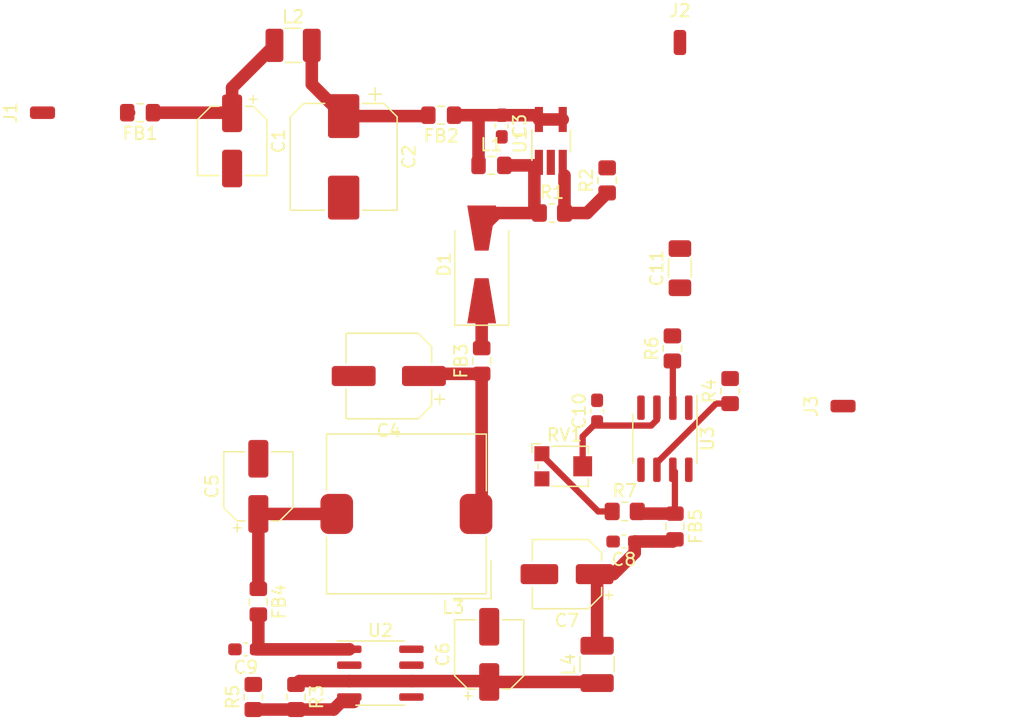
<source format=kicad_pcb>
(kicad_pcb (version 20171130) (host pcbnew 5.1.4+dfsg1-1~bpo10+1)

  (general
    (thickness 1.6)
    (drawings 0)
    (tracks 70)
    (zones 0)
    (modules 35)
    (nets 27)
  )

  (page A4)
  (layers
    (0 F.Cu signal)
    (31 B.Cu signal)
    (32 B.Adhes user)
    (33 F.Adhes user)
    (34 B.Paste user)
    (35 F.Paste user)
    (36 B.SilkS user)
    (37 F.SilkS user)
    (38 B.Mask user)
    (39 F.Mask user)
    (40 Dwgs.User user)
    (41 Cmts.User user)
    (42 Eco1.User user)
    (43 Eco2.User user)
    (44 Edge.Cuts user)
    (45 Margin user)
    (46 B.CrtYd user)
    (47 F.CrtYd user)
    (48 B.Fab user)
    (49 F.Fab user)
  )

  (setup
    (last_trace_width 0.25)
    (user_trace_width 0.5)
    (user_trace_width 0.8)
    (user_trace_width 1)
    (trace_clearance 0.2)
    (zone_clearance 0.508)
    (zone_45_only no)
    (trace_min 0.2)
    (via_size 0.8)
    (via_drill 0.4)
    (via_min_size 0.4)
    (via_min_drill 0.3)
    (uvia_size 0.3)
    (uvia_drill 0.1)
    (uvias_allowed no)
    (uvia_min_size 0.2)
    (uvia_min_drill 0.1)
    (edge_width 0.05)
    (segment_width 0.2)
    (pcb_text_width 0.3)
    (pcb_text_size 1.5 1.5)
    (mod_edge_width 0.12)
    (mod_text_size 1 1)
    (mod_text_width 0.15)
    (pad_size 1.524 1.524)
    (pad_drill 0.762)
    (pad_to_mask_clearance 0)
    (aux_axis_origin 0 0)
    (visible_elements FFFFFF7F)
    (pcbplotparams
      (layerselection 0x010fc_ffffffff)
      (usegerberextensions false)
      (usegerberattributes true)
      (usegerberadvancedattributes true)
      (creategerberjobfile true)
      (excludeedgelayer true)
      (linewidth 0.100000)
      (plotframeref false)
      (viasonmask false)
      (mode 1)
      (useauxorigin false)
      (hpglpennumber 1)
      (hpglpenspeed 20)
      (hpglpendiameter 15.000000)
      (psnegative false)
      (psa4output false)
      (plotreference true)
      (plotvalue true)
      (plotinvisibletext false)
      (padsonsilk false)
      (subtractmaskfromsilk false)
      (outputformat 1)
      (mirror false)
      (drillshape 1)
      (scaleselection 1)
      (outputdirectory ""))
  )

  (net 0 "")
  (net 1 GND)
  (net 2 "Net-(C1-Pad1)")
  (net 3 "Net-(C2-Pad1)")
  (net 4 "Net-(C3-Pad1)")
  (net 5 "Net-(C4-Pad1)")
  (net 6 "Net-(C5-Pad1)")
  (net 7 "Net-(C6-Pad1)")
  (net 8 "Net-(C7-Pad1)")
  (net 9 "Net-(C9-Pad1)")
  (net 10 "Net-(C10-Pad1)")
  (net 11 "Net-(D1-Pad2)")
  (net 12 "Net-(D1-Pad1)")
  (net 13 "Net-(FB1-Pad2)")
  (net 14 "Net-(FB5-Pad1)")
  (net 15 "Net-(R1-Pad2)")
  (net 16 "Net-(R3-Pad2)")
  (net 17 "Net-(R4-Pad2)")
  (net 18 "Net-(R7-Pad1)")
  (net 19 "Net-(U2-Pad8)")
  (net 20 "Net-(U2-Pad5)")
  (net 21 "Net-(U3-Pad8)")
  (net 22 "Net-(U3-Pad5)")
  (net 23 "Net-(U3-Pad1)")
  (net 24 "Net-(C11-Pad2)")
  (net 25 "Net-(C11-Pad1)")
  (net 26 "Net-(J3-Pad1)")

  (net_class Default "This is the default net class."
    (clearance 0.2)
    (trace_width 0.25)
    (via_dia 0.8)
    (via_drill 0.4)
    (uvia_dia 0.3)
    (uvia_drill 0.1)
    (add_net GND)
    (add_net "Net-(C1-Pad1)")
    (add_net "Net-(C10-Pad1)")
    (add_net "Net-(C11-Pad1)")
    (add_net "Net-(C11-Pad2)")
    (add_net "Net-(C2-Pad1)")
    (add_net "Net-(C3-Pad1)")
    (add_net "Net-(C4-Pad1)")
    (add_net "Net-(C5-Pad1)")
    (add_net "Net-(C6-Pad1)")
    (add_net "Net-(C7-Pad1)")
    (add_net "Net-(C9-Pad1)")
    (add_net "Net-(D1-Pad1)")
    (add_net "Net-(D1-Pad2)")
    (add_net "Net-(FB1-Pad2)")
    (add_net "Net-(FB5-Pad1)")
    (add_net "Net-(J3-Pad1)")
    (add_net "Net-(R1-Pad2)")
    (add_net "Net-(R3-Pad2)")
    (add_net "Net-(R4-Pad2)")
    (add_net "Net-(R7-Pad1)")
    (add_net "Net-(U2-Pad5)")
    (add_net "Net-(U2-Pad8)")
    (add_net "Net-(U3-Pad1)")
    (add_net "Net-(U3-Pad5)")
    (add_net "Net-(U3-Pad8)")
  )

  (module Connector_Wire:SolderWirePad_1x01_SMD_1x2mm (layer F.Cu) (tedit 5DD6EB27) (tstamp 6025A7B1)
    (at 116 91 90)
    (descr "Wire Pad, Square, SMD Pad,  5mm x 10mm,")
    (tags "MesurementPoint Square SMDPad 5mmx10mm ")
    (path /60257F39)
    (attr virtual)
    (fp_text reference J3 (at 0 -2.54 90) (layer F.SilkS)
      (effects (font (size 1 1) (thickness 0.15)))
    )
    (fp_text value SMA (at 0 2.54 90) (layer F.Fab)
      (effects (font (size 1 1) (thickness 0.15)))
    )
    (fp_line (start -0.63 1.27) (end -0.63 -1.27) (layer F.Fab) (width 0.1))
    (fp_line (start 0.63 1.27) (end -0.63 1.27) (layer F.Fab) (width 0.1))
    (fp_line (start 0.63 -1.27) (end 0.63 1.27) (layer F.Fab) (width 0.1))
    (fp_line (start -0.63 -1.27) (end 0.63 -1.27) (layer F.Fab) (width 0.1))
    (fp_line (start -0.63 -1.27) (end -0.63 1.27) (layer F.CrtYd) (width 0.05))
    (fp_line (start -0.63 1.27) (end 0.63 1.27) (layer F.CrtYd) (width 0.05))
    (fp_line (start 0.63 1.27) (end 0.63 -1.27) (layer F.CrtYd) (width 0.05))
    (fp_line (start 0.63 -1.27) (end -0.63 -1.27) (layer F.CrtYd) (width 0.05))
    (fp_text user %R (at 0 0 90) (layer F.Fab)
      (effects (font (size 1 1) (thickness 0.15)))
    )
    (pad 1 smd roundrect (at 0 0 90) (size 1 2) (layers F.Cu F.Paste F.Mask) (roundrect_rratio 0.25)
      (net 26 "Net-(J3-Pad1)"))
  )

  (module Connector_Wire:SolderWirePad_1x01_SMD_1x2mm (layer F.Cu) (tedit 5DD6EB27) (tstamp 6025A7A3)
    (at 103 62)
    (descr "Wire Pad, Square, SMD Pad,  5mm x 10mm,")
    (tags "MesurementPoint Square SMDPad 5mmx10mm ")
    (path /602586CD)
    (attr virtual)
    (fp_text reference J2 (at 0 -2.54) (layer F.SilkS)
      (effects (font (size 1 1) (thickness 0.15)))
    )
    (fp_text value BNC (at 0 2.54) (layer F.Fab)
      (effects (font (size 1 1) (thickness 0.15)))
    )
    (fp_line (start -0.63 1.27) (end -0.63 -1.27) (layer F.Fab) (width 0.1))
    (fp_line (start 0.63 1.27) (end -0.63 1.27) (layer F.Fab) (width 0.1))
    (fp_line (start 0.63 -1.27) (end 0.63 1.27) (layer F.Fab) (width 0.1))
    (fp_line (start -0.63 -1.27) (end 0.63 -1.27) (layer F.Fab) (width 0.1))
    (fp_line (start -0.63 -1.27) (end -0.63 1.27) (layer F.CrtYd) (width 0.05))
    (fp_line (start -0.63 1.27) (end 0.63 1.27) (layer F.CrtYd) (width 0.05))
    (fp_line (start 0.63 1.27) (end 0.63 -1.27) (layer F.CrtYd) (width 0.05))
    (fp_line (start 0.63 -1.27) (end -0.63 -1.27) (layer F.CrtYd) (width 0.05))
    (fp_text user %R (at 0 0) (layer F.Fab)
      (effects (font (size 1 1) (thickness 0.15)))
    )
    (pad 1 smd roundrect (at 0 0) (size 1 2) (layers F.Cu F.Paste F.Mask) (roundrect_rratio 0.25)
      (net 24 "Net-(C11-Pad2)"))
  )

  (module Connector_Wire:SolderWirePad_1x01_SMD_1x2mm (layer F.Cu) (tedit 5DD6EB27) (tstamp 6025A795)
    (at 52.2 67.6 90)
    (descr "Wire Pad, Square, SMD Pad,  5mm x 10mm,")
    (tags "MesurementPoint Square SMDPad 5mmx10mm ")
    (path /602660F9)
    (attr virtual)
    (fp_text reference J1 (at 0 -2.54 90) (layer F.SilkS)
      (effects (font (size 1 1) (thickness 0.15)))
    )
    (fp_text value 5-10V (at 0 2.54 90) (layer F.Fab)
      (effects (font (size 1 1) (thickness 0.15)))
    )
    (fp_line (start -0.63 1.27) (end -0.63 -1.27) (layer F.Fab) (width 0.1))
    (fp_line (start 0.63 1.27) (end -0.63 1.27) (layer F.Fab) (width 0.1))
    (fp_line (start 0.63 -1.27) (end 0.63 1.27) (layer F.Fab) (width 0.1))
    (fp_line (start -0.63 -1.27) (end 0.63 -1.27) (layer F.Fab) (width 0.1))
    (fp_line (start -0.63 -1.27) (end -0.63 1.27) (layer F.CrtYd) (width 0.05))
    (fp_line (start -0.63 1.27) (end 0.63 1.27) (layer F.CrtYd) (width 0.05))
    (fp_line (start 0.63 1.27) (end 0.63 -1.27) (layer F.CrtYd) (width 0.05))
    (fp_line (start 0.63 -1.27) (end -0.63 -1.27) (layer F.CrtYd) (width 0.05))
    (fp_text user %R (at 0 0 270) (layer F.Fab)
      (effects (font (size 1 1) (thickness 0.15)))
    )
    (pad 1 smd roundrect (at 0 0 90) (size 1 2) (layers F.Cu F.Paste F.Mask) (roundrect_rratio 0.25)
      (net 13 "Net-(FB1-Pad2)"))
  )

  (module Capacitor_SMD:C_1206_3216Metric_Pad1.33x1.80mm_HandSolder (layer F.Cu) (tedit 5F68FEEF) (tstamp 6025A6B1)
    (at 103 80 90)
    (descr "Capacitor SMD 1206 (3216 Metric), square (rectangular) end terminal, IPC_7351 nominal with elongated pad for handsoldering. (Body size source: IPC-SM-782 page 76, https://www.pcb-3d.com/wordpress/wp-content/uploads/ipc-sm-782a_amendment_1_and_2.pdf), generated with kicad-footprint-generator")
    (tags "capacitor handsolder")
    (path /60256E3B)
    (attr smd)
    (fp_text reference C11 (at 0 -1.85 90) (layer F.SilkS)
      (effects (font (size 1 1) (thickness 0.15)))
    )
    (fp_text value 10u (at 0 1.85 90) (layer F.Fab)
      (effects (font (size 1 1) (thickness 0.15)))
    )
    (fp_text user %R (at 0 0 90) (layer F.Fab)
      (effects (font (size 0.8 0.8) (thickness 0.12)))
    )
    (fp_line (start 2.48 1.15) (end -2.48 1.15) (layer F.CrtYd) (width 0.05))
    (fp_line (start 2.48 -1.15) (end 2.48 1.15) (layer F.CrtYd) (width 0.05))
    (fp_line (start -2.48 -1.15) (end 2.48 -1.15) (layer F.CrtYd) (width 0.05))
    (fp_line (start -2.48 1.15) (end -2.48 -1.15) (layer F.CrtYd) (width 0.05))
    (fp_line (start -0.711252 0.91) (end 0.711252 0.91) (layer F.SilkS) (width 0.12))
    (fp_line (start -0.711252 -0.91) (end 0.711252 -0.91) (layer F.SilkS) (width 0.12))
    (fp_line (start 1.6 0.8) (end -1.6 0.8) (layer F.Fab) (width 0.1))
    (fp_line (start 1.6 -0.8) (end 1.6 0.8) (layer F.Fab) (width 0.1))
    (fp_line (start -1.6 -0.8) (end 1.6 -0.8) (layer F.Fab) (width 0.1))
    (fp_line (start -1.6 0.8) (end -1.6 -0.8) (layer F.Fab) (width 0.1))
    (pad 2 smd roundrect (at 1.5625 0 90) (size 1.325 1.8) (layers F.Cu F.Paste F.Mask) (roundrect_rratio 0.188679)
      (net 24 "Net-(C11-Pad2)"))
    (pad 1 smd roundrect (at -1.5625 0 90) (size 1.325 1.8) (layers F.Cu F.Paste F.Mask) (roundrect_rratio 0.188679)
      (net 25 "Net-(C11-Pad1)"))
    (model ${KISYS3DMOD}/Capacitor_SMD.3dshapes/C_1206_3216Metric.wrl
      (at (xyz 0 0 0))
      (scale (xyz 1 1 1))
      (rotate (xyz 0 0 0))
    )
  )

  (module Package_SO:SOIC-8_3.9x4.9mm_P1.27mm (layer F.Cu) (tedit 5D9F72B1) (tstamp 60249C83)
    (at 101.8 93.6 270)
    (descr "SOIC, 8 Pin (JEDEC MS-012AA, https://www.analog.com/media/en/package-pcb-resources/package/pkg_pdf/soic_narrow-r/r_8.pdf), generated with kicad-footprint-generator ipc_gullwing_generator.py")
    (tags "SOIC SO")
    (path /601A9DFD)
    (attr smd)
    (fp_text reference U3 (at 0 -3.4 90) (layer F.SilkS)
      (effects (font (size 1 1) (thickness 0.15)))
    )
    (fp_text value OP184 (at 0 3.4 90) (layer F.Fab)
      (effects (font (size 1 1) (thickness 0.15)))
    )
    (fp_text user %R (at 0.2 0 90) (layer F.Fab)
      (effects (font (size 0.98 0.98) (thickness 0.15)))
    )
    (fp_line (start 0 2.56) (end 1.95 2.56) (layer F.SilkS) (width 0.12))
    (fp_line (start 0 2.56) (end -1.95 2.56) (layer F.SilkS) (width 0.12))
    (fp_line (start 0 -2.56) (end 1.95 -2.56) (layer F.SilkS) (width 0.12))
    (fp_line (start 0 -2.56) (end -3.45 -2.56) (layer F.SilkS) (width 0.12))
    (fp_line (start -0.975 -2.45) (end 1.95 -2.45) (layer F.Fab) (width 0.1))
    (fp_line (start 1.95 -2.45) (end 1.95 2.45) (layer F.Fab) (width 0.1))
    (fp_line (start 1.95 2.45) (end -1.95 2.45) (layer F.Fab) (width 0.1))
    (fp_line (start -1.95 2.45) (end -1.95 -1.475) (layer F.Fab) (width 0.1))
    (fp_line (start -1.95 -1.475) (end -0.975 -2.45) (layer F.Fab) (width 0.1))
    (fp_line (start -3.7 -2.7) (end -3.7 2.7) (layer F.CrtYd) (width 0.05))
    (fp_line (start -3.7 2.7) (end 3.7 2.7) (layer F.CrtYd) (width 0.05))
    (fp_line (start 3.7 2.7) (end 3.7 -2.7) (layer F.CrtYd) (width 0.05))
    (fp_line (start 3.7 -2.7) (end -3.7 -2.7) (layer F.CrtYd) (width 0.05))
    (pad 8 smd roundrect (at 2.475 -1.905 270) (size 1.95 0.6) (layers F.Cu F.Paste F.Mask) (roundrect_rratio 0.25)
      (net 21 "Net-(U3-Pad8)"))
    (pad 7 smd roundrect (at 2.475 -0.635 270) (size 1.95 0.6) (layers F.Cu F.Paste F.Mask) (roundrect_rratio 0.25)
      (net 14 "Net-(FB5-Pad1)"))
    (pad 6 smd roundrect (at 2.475 0.635 270) (size 1.95 0.6) (layers F.Cu F.Paste F.Mask) (roundrect_rratio 0.25)
      (net 26 "Net-(J3-Pad1)"))
    (pad 5 smd roundrect (at 2.475 1.905 270) (size 1.95 0.6) (layers F.Cu F.Paste F.Mask) (roundrect_rratio 0.25)
      (net 22 "Net-(U3-Pad5)"))
    (pad 4 smd roundrect (at -2.475 1.905 270) (size 1.95 0.6) (layers F.Cu F.Paste F.Mask) (roundrect_rratio 0.25)
      (net 1 GND))
    (pad 3 smd roundrect (at -2.475 0.635 270) (size 1.95 0.6) (layers F.Cu F.Paste F.Mask) (roundrect_rratio 0.25)
      (net 10 "Net-(C10-Pad1)"))
    (pad 2 smd roundrect (at -2.475 -0.635 270) (size 1.95 0.6) (layers F.Cu F.Paste F.Mask) (roundrect_rratio 0.25)
      (net 17 "Net-(R4-Pad2)"))
    (pad 1 smd roundrect (at -2.475 -1.905 270) (size 1.95 0.6) (layers F.Cu F.Paste F.Mask) (roundrect_rratio 0.25)
      (net 23 "Net-(U3-Pad1)"))
    (model ${KISYS3DMOD}/Package_SO.3dshapes/SOIC-8_3.9x4.9mm_P1.27mm.wrl
      (at (xyz 0 0 0))
      (scale (xyz 1 1 1))
      (rotate (xyz 0 0 0))
    )
  )

  (module Package_SO:SOIC-8_3.9x4.9mm_P1.27mm (layer F.Cu) (tedit 5D9F72B1) (tstamp 60249C69)
    (at 79.125 112.295)
    (descr "SOIC, 8 Pin (JEDEC MS-012AA, https://www.analog.com/media/en/package-pcb-resources/package/pkg_pdf/soic_narrow-r/r_8.pdf), generated with kicad-footprint-generator ipc_gullwing_generator.py")
    (tags "SOIC SO")
    (path /60290741)
    (attr smd)
    (fp_text reference U2 (at 0 -3.4) (layer F.SilkS)
      (effects (font (size 1 1) (thickness 0.15)))
    )
    (fp_text value LM317L_SO8 (at 0 3.4) (layer F.Fab)
      (effects (font (size 1 1) (thickness 0.15)))
    )
    (fp_text user %R (at 0 0) (layer F.Fab)
      (effects (font (size 0.98 0.98) (thickness 0.15)))
    )
    (fp_line (start 0 2.56) (end 1.95 2.56) (layer F.SilkS) (width 0.12))
    (fp_line (start 0 2.56) (end -1.95 2.56) (layer F.SilkS) (width 0.12))
    (fp_line (start 0 -2.56) (end 1.95 -2.56) (layer F.SilkS) (width 0.12))
    (fp_line (start 0 -2.56) (end -3.45 -2.56) (layer F.SilkS) (width 0.12))
    (fp_line (start -0.975 -2.45) (end 1.95 -2.45) (layer F.Fab) (width 0.1))
    (fp_line (start 1.95 -2.45) (end 1.95 2.45) (layer F.Fab) (width 0.1))
    (fp_line (start 1.95 2.45) (end -1.95 2.45) (layer F.Fab) (width 0.1))
    (fp_line (start -1.95 2.45) (end -1.95 -1.475) (layer F.Fab) (width 0.1))
    (fp_line (start -1.95 -1.475) (end -0.975 -2.45) (layer F.Fab) (width 0.1))
    (fp_line (start -3.7 -2.7) (end -3.7 2.7) (layer F.CrtYd) (width 0.05))
    (fp_line (start -3.7 2.7) (end 3.7 2.7) (layer F.CrtYd) (width 0.05))
    (fp_line (start 3.7 2.7) (end 3.7 -2.7) (layer F.CrtYd) (width 0.05))
    (fp_line (start 3.7 -2.7) (end -3.7 -2.7) (layer F.CrtYd) (width 0.05))
    (pad 8 smd roundrect (at 2.475 -1.905) (size 1.95 0.6) (layers F.Cu F.Paste F.Mask) (roundrect_rratio 0.25)
      (net 19 "Net-(U2-Pad8)"))
    (pad 7 smd roundrect (at 2.475 -0.635) (size 1.95 0.6) (layers F.Cu F.Paste F.Mask) (roundrect_rratio 0.25)
      (net 7 "Net-(C6-Pad1)"))
    (pad 6 smd roundrect (at 2.475 0.635) (size 1.95 0.6) (layers F.Cu F.Paste F.Mask) (roundrect_rratio 0.25)
      (net 7 "Net-(C6-Pad1)"))
    (pad 5 smd roundrect (at 2.475 1.905) (size 1.95 0.6) (layers F.Cu F.Paste F.Mask) (roundrect_rratio 0.25)
      (net 20 "Net-(U2-Pad5)"))
    (pad 4 smd roundrect (at -2.475 1.905) (size 1.95 0.6) (layers F.Cu F.Paste F.Mask) (roundrect_rratio 0.25)
      (net 16 "Net-(R3-Pad2)"))
    (pad 3 smd roundrect (at -2.475 0.635) (size 1.95 0.6) (layers F.Cu F.Paste F.Mask) (roundrect_rratio 0.25)
      (net 7 "Net-(C6-Pad1)"))
    (pad 2 smd roundrect (at -2.475 -0.635) (size 1.95 0.6) (layers F.Cu F.Paste F.Mask) (roundrect_rratio 0.25)
      (net 7 "Net-(C6-Pad1)"))
    (pad 1 smd roundrect (at -2.475 -1.905) (size 1.95 0.6) (layers F.Cu F.Paste F.Mask) (roundrect_rratio 0.25)
      (net 9 "Net-(C9-Pad1)"))
    (model ${KISYS3DMOD}/Package_SO.3dshapes/SOIC-8_3.9x4.9mm_P1.27mm.wrl
      (at (xyz 0 0 0))
      (scale (xyz 1 1 1))
      (rotate (xyz 0 0 0))
    )
  )

  (module Package_TO_SOT_SMD:TSOT-23-5_HandSoldering (layer F.Cu) (tedit 5A02FF57) (tstamp 60249C4F)
    (at 92.71 69.85 90)
    (descr "5-pin TSOT23 package, http://cds.linear.com/docs/en/packaging/SOT_5_05-08-1635.pdf")
    (tags "TSOT-23-5 Hand-soldering")
    (path /601A975F)
    (attr smd)
    (fp_text reference U1 (at 0 -2.45 90) (layer F.SilkS)
      (effects (font (size 1 1) (thickness 0.15)))
    )
    (fp_text value MIC2288 (at 0 2.5 90) (layer F.Fab)
      (effects (font (size 1 1) (thickness 0.15)))
    )
    (fp_text user %R (at 0 0) (layer F.Fab)
      (effects (font (size 0.5 0.5) (thickness 0.075)))
    )
    (fp_line (start -0.88 1.56) (end 0.88 1.56) (layer F.SilkS) (width 0.12))
    (fp_line (start 0.88 -1.51) (end -1.55 -1.51) (layer F.SilkS) (width 0.12))
    (fp_line (start -0.88 -1) (end -0.43 -1.45) (layer F.Fab) (width 0.1))
    (fp_line (start 0.88 -1.45) (end -0.43 -1.45) (layer F.Fab) (width 0.1))
    (fp_line (start -0.88 -1) (end -0.88 1.45) (layer F.Fab) (width 0.1))
    (fp_line (start 0.88 1.45) (end -0.88 1.45) (layer F.Fab) (width 0.1))
    (fp_line (start 0.88 -1.45) (end 0.88 1.45) (layer F.Fab) (width 0.1))
    (fp_line (start -2.96 -1.7) (end 2.96 -1.7) (layer F.CrtYd) (width 0.05))
    (fp_line (start -2.96 -1.7) (end -2.96 1.7) (layer F.CrtYd) (width 0.05))
    (fp_line (start 2.96 1.7) (end 2.96 -1.7) (layer F.CrtYd) (width 0.05))
    (fp_line (start 2.96 1.7) (end -2.96 1.7) (layer F.CrtYd) (width 0.05))
    (pad 5 smd rect (at 1.71 -0.95 90) (size 2 0.65) (layers F.Cu F.Paste F.Mask)
      (net 4 "Net-(C3-Pad1)"))
    (pad 4 smd rect (at 1.71 0.95 90) (size 2 0.65) (layers F.Cu F.Paste F.Mask)
      (net 4 "Net-(C3-Pad1)"))
    (pad 3 smd rect (at -1.71 0.95 90) (size 2 0.65) (layers F.Cu F.Paste F.Mask)
      (net 15 "Net-(R1-Pad2)"))
    (pad 2 smd rect (at -1.71 0 90) (size 2 0.65) (layers F.Cu F.Paste F.Mask)
      (net 1 GND))
    (pad 1 smd rect (at -1.71 -0.95 90) (size 2 0.65) (layers F.Cu F.Paste F.Mask)
      (net 11 "Net-(D1-Pad2)"))
    (model ${KISYS3DMOD}/Package_TO_SOT_SMD.3dshapes/TSOT-23-5.wrl
      (at (xyz 0 0 0))
      (scale (xyz 1 1 1))
      (rotate (xyz 0 0 0))
    )
  )

  (module Potentiometer_SMD:Potentiometer_Bourns_TC33X_Vertical (layer F.Cu) (tedit 5C165D15) (tstamp 60249C3A)
    (at 93.8 95.8)
    (descr "Potentiometer, Bourns, TC33X, Vertical, https://www.bourns.com/pdfs/TC33.pdf")
    (tags "Potentiometer Bourns TC33X Vertical")
    (path /602819F3)
    (attr smd)
    (fp_text reference RV1 (at 0 -2.5) (layer F.SilkS)
      (effects (font (size 1 1) (thickness 0.15)))
    )
    (fp_text value R_POT (at 0 2.5) (layer F.Fab)
      (effects (font (size 1 1) (thickness 0.15)))
    )
    (fp_text user "Wiper may be\nanywhere within\ncircle shown" (at -0.15 -0.8) (layer Cmts.User)
      (effects (font (size 0.15 0.15) (thickness 0.02)))
    )
    (fp_text user %R (at 0 0) (layer F.Fab)
      (effects (font (size 0.7 0.7) (thickness 0.105)))
    )
    (fp_circle (center 0 0) (end 1.5 0) (layer F.Fab) (width 0.1))
    (fp_line (start -2 -0.75) (end -2 1.5) (layer F.Fab) (width 0.1))
    (fp_line (start -2 1.5) (end 1.8 1.5) (layer F.Fab) (width 0.1))
    (fp_line (start 1.8 1.5) (end 1.8 -1.5) (layer F.Fab) (width 0.1))
    (fp_line (start 1.8 -1.5) (end -1.25 -1.5) (layer F.Fab) (width 0.1))
    (fp_line (start -1.25 -1.5) (end -2 -0.75) (layer F.Fab) (width 0.1))
    (fp_line (start -2.1 -0.2) (end -2.1 0.2) (layer F.SilkS) (width 0.12))
    (fp_line (start -1 -1.6) (end 1.9 -1.6) (layer F.SilkS) (width 0.12))
    (fp_line (start 1.9 -1.6) (end 1.9 -1) (layer F.SilkS) (width 0.12))
    (fp_line (start -1 1.6) (end 1.9 1.6) (layer F.SilkS) (width 0.12))
    (fp_line (start 1.9 1.6) (end 1.9 1) (layer F.SilkS) (width 0.12))
    (fp_line (start -1.9 -1.8) (end -2.6 -1.8) (layer F.SilkS) (width 0.12))
    (fp_line (start -2.6 -1.8) (end -2.6 -1.1) (layer F.SilkS) (width 0.12))
    (fp_line (start -2.65 -1.85) (end 2.45 -1.85) (layer F.CrtYd) (width 0.05))
    (fp_line (start 2.45 -1.85) (end 2.45 1.85) (layer F.CrtYd) (width 0.05))
    (fp_line (start 2.45 1.85) (end -2.65 1.85) (layer F.CrtYd) (width 0.05))
    (fp_line (start -2.65 1.85) (end -2.65 -1.85) (layer F.CrtYd) (width 0.05))
    (fp_circle (center 0 0) (end 1.8 0) (layer Dwgs.User) (width 0.05))
    (pad 2 smd rect (at 1.45 0) (size 1.5 1.6) (layers F.Cu F.Paste F.Mask)
      (net 10 "Net-(C10-Pad1)"))
    (pad 3 smd rect (at -1.8 1) (size 1.2 1.2) (layers F.Cu F.Paste F.Mask)
      (net 1 GND))
    (pad 1 smd rect (at -1.8 -1) (size 1.2 1.2) (layers F.Cu F.Paste F.Mask)
      (net 18 "Net-(R7-Pad1)"))
    (model ${KISYS3DMOD}/Potentiometer_SMD.3dshapes/Potentiometer_Bourns_TC33X_Vertical.wrl
      (at (xyz 0 0 0))
      (scale (xyz 1 1 1))
      (rotate (xyz 0 0 0))
    )
  )

  (module Resistor_SMD:R_0805_2012Metric_Pad1.20x1.40mm_HandSolder (layer F.Cu) (tedit 5F68FEEE) (tstamp 60249C1F)
    (at 98.6 99.4)
    (descr "Resistor SMD 0805 (2012 Metric), square (rectangular) end terminal, IPC_7351 nominal with elongated pad for handsoldering. (Body size source: IPC-SM-782 page 72, https://www.pcb-3d.com/wordpress/wp-content/uploads/ipc-sm-782a_amendment_1_and_2.pdf), generated with kicad-footprint-generator")
    (tags "resistor handsolder")
    (path /6025674D)
    (attr smd)
    (fp_text reference R7 (at 0 -1.65) (layer F.SilkS)
      (effects (font (size 1 1) (thickness 0.15)))
    )
    (fp_text value R (at 0 1.65) (layer F.Fab)
      (effects (font (size 1 1) (thickness 0.15)))
    )
    (fp_text user %R (at 0 0) (layer F.Fab)
      (effects (font (size 0.5 0.5) (thickness 0.08)))
    )
    (fp_line (start -1 0.625) (end -1 -0.625) (layer F.Fab) (width 0.1))
    (fp_line (start -1 -0.625) (end 1 -0.625) (layer F.Fab) (width 0.1))
    (fp_line (start 1 -0.625) (end 1 0.625) (layer F.Fab) (width 0.1))
    (fp_line (start 1 0.625) (end -1 0.625) (layer F.Fab) (width 0.1))
    (fp_line (start -0.227064 -0.735) (end 0.227064 -0.735) (layer F.SilkS) (width 0.12))
    (fp_line (start -0.227064 0.735) (end 0.227064 0.735) (layer F.SilkS) (width 0.12))
    (fp_line (start -1.85 0.95) (end -1.85 -0.95) (layer F.CrtYd) (width 0.05))
    (fp_line (start -1.85 -0.95) (end 1.85 -0.95) (layer F.CrtYd) (width 0.05))
    (fp_line (start 1.85 -0.95) (end 1.85 0.95) (layer F.CrtYd) (width 0.05))
    (fp_line (start 1.85 0.95) (end -1.85 0.95) (layer F.CrtYd) (width 0.05))
    (pad 2 smd roundrect (at 1 0) (size 1.2 1.4) (layers F.Cu F.Paste F.Mask) (roundrect_rratio 0.208333)
      (net 14 "Net-(FB5-Pad1)"))
    (pad 1 smd roundrect (at -1 0) (size 1.2 1.4) (layers F.Cu F.Paste F.Mask) (roundrect_rratio 0.208333)
      (net 18 "Net-(R7-Pad1)"))
    (model ${KISYS3DMOD}/Resistor_SMD.3dshapes/R_0805_2012Metric.wrl
      (at (xyz 0 0 0))
      (scale (xyz 1 1 1))
      (rotate (xyz 0 0 0))
    )
  )

  (module Resistor_SMD:R_0805_2012Metric_Pad1.20x1.40mm_HandSolder (layer F.Cu) (tedit 5F68FEEE) (tstamp 60249C0E)
    (at 102.4 86.4 90)
    (descr "Resistor SMD 0805 (2012 Metric), square (rectangular) end terminal, IPC_7351 nominal with elongated pad for handsoldering. (Body size source: IPC-SM-782 page 72, https://www.pcb-3d.com/wordpress/wp-content/uploads/ipc-sm-782a_amendment_1_and_2.pdf), generated with kicad-footprint-generator")
    (tags "resistor handsolder")
    (path /60255FB2)
    (attr smd)
    (fp_text reference R6 (at 0 -1.65 90) (layer F.SilkS)
      (effects (font (size 1 1) (thickness 0.15)))
    )
    (fp_text value R (at 0 1.65 90) (layer F.Fab)
      (effects (font (size 1 1) (thickness 0.15)))
    )
    (fp_text user %R (at 0 0 90) (layer F.Fab)
      (effects (font (size 0.5 0.5) (thickness 0.08)))
    )
    (fp_line (start -1 0.625) (end -1 -0.625) (layer F.Fab) (width 0.1))
    (fp_line (start -1 -0.625) (end 1 -0.625) (layer F.Fab) (width 0.1))
    (fp_line (start 1 -0.625) (end 1 0.625) (layer F.Fab) (width 0.1))
    (fp_line (start 1 0.625) (end -1 0.625) (layer F.Fab) (width 0.1))
    (fp_line (start -0.227064 -0.735) (end 0.227064 -0.735) (layer F.SilkS) (width 0.12))
    (fp_line (start -0.227064 0.735) (end 0.227064 0.735) (layer F.SilkS) (width 0.12))
    (fp_line (start -1.85 0.95) (end -1.85 -0.95) (layer F.CrtYd) (width 0.05))
    (fp_line (start -1.85 -0.95) (end 1.85 -0.95) (layer F.CrtYd) (width 0.05))
    (fp_line (start 1.85 -0.95) (end 1.85 0.95) (layer F.CrtYd) (width 0.05))
    (fp_line (start 1.85 0.95) (end -1.85 0.95) (layer F.CrtYd) (width 0.05))
    (pad 2 smd roundrect (at 1 0 90) (size 1.2 1.4) (layers F.Cu F.Paste F.Mask) (roundrect_rratio 0.208333)
      (net 25 "Net-(C11-Pad1)"))
    (pad 1 smd roundrect (at -1 0 90) (size 1.2 1.4) (layers F.Cu F.Paste F.Mask) (roundrect_rratio 0.208333)
      (net 17 "Net-(R4-Pad2)"))
    (model ${KISYS3DMOD}/Resistor_SMD.3dshapes/R_0805_2012Metric.wrl
      (at (xyz 0 0 0))
      (scale (xyz 1 1 1))
      (rotate (xyz 0 0 0))
    )
  )

  (module Resistor_SMD:R_0805_2012Metric_Pad1.20x1.40mm_HandSolder (layer F.Cu) (tedit 5F68FEEE) (tstamp 60249BFD)
    (at 69 114.2 90)
    (descr "Resistor SMD 0805 (2012 Metric), square (rectangular) end terminal, IPC_7351 nominal with elongated pad for handsoldering. (Body size source: IPC-SM-782 page 72, https://www.pcb-3d.com/wordpress/wp-content/uploads/ipc-sm-782a_amendment_1_and_2.pdf), generated with kicad-footprint-generator")
    (tags "resistor handsolder")
    (path /60255837)
    (attr smd)
    (fp_text reference R5 (at 0 -1.65 90) (layer F.SilkS)
      (effects (font (size 1 1) (thickness 0.15)))
    )
    (fp_text value R (at 0 1.65 90) (layer F.Fab)
      (effects (font (size 1 1) (thickness 0.15)))
    )
    (fp_text user %R (at 0 0 90) (layer F.Fab)
      (effects (font (size 0.5 0.5) (thickness 0.08)))
    )
    (fp_line (start -1 0.625) (end -1 -0.625) (layer F.Fab) (width 0.1))
    (fp_line (start -1 -0.625) (end 1 -0.625) (layer F.Fab) (width 0.1))
    (fp_line (start 1 -0.625) (end 1 0.625) (layer F.Fab) (width 0.1))
    (fp_line (start 1 0.625) (end -1 0.625) (layer F.Fab) (width 0.1))
    (fp_line (start -0.227064 -0.735) (end 0.227064 -0.735) (layer F.SilkS) (width 0.12))
    (fp_line (start -0.227064 0.735) (end 0.227064 0.735) (layer F.SilkS) (width 0.12))
    (fp_line (start -1.85 0.95) (end -1.85 -0.95) (layer F.CrtYd) (width 0.05))
    (fp_line (start -1.85 -0.95) (end 1.85 -0.95) (layer F.CrtYd) (width 0.05))
    (fp_line (start 1.85 -0.95) (end 1.85 0.95) (layer F.CrtYd) (width 0.05))
    (fp_line (start 1.85 0.95) (end -1.85 0.95) (layer F.CrtYd) (width 0.05))
    (pad 2 smd roundrect (at 1 0 90) (size 1.2 1.4) (layers F.Cu F.Paste F.Mask) (roundrect_rratio 0.208333)
      (net 1 GND))
    (pad 1 smd roundrect (at -1 0 90) (size 1.2 1.4) (layers F.Cu F.Paste F.Mask) (roundrect_rratio 0.208333)
      (net 16 "Net-(R3-Pad2)"))
    (model ${KISYS3DMOD}/Resistor_SMD.3dshapes/R_0805_2012Metric.wrl
      (at (xyz 0 0 0))
      (scale (xyz 1 1 1))
      (rotate (xyz 0 0 0))
    )
  )

  (module Resistor_SMD:R_0805_2012Metric_Pad1.20x1.40mm_HandSolder (layer F.Cu) (tedit 5F68FEEE) (tstamp 60249BEC)
    (at 107 89.8 90)
    (descr "Resistor SMD 0805 (2012 Metric), square (rectangular) end terminal, IPC_7351 nominal with elongated pad for handsoldering. (Body size source: IPC-SM-782 page 72, https://www.pcb-3d.com/wordpress/wp-content/uploads/ipc-sm-782a_amendment_1_and_2.pdf), generated with kicad-footprint-generator")
    (tags "resistor handsolder")
    (path /602563ED)
    (attr smd)
    (fp_text reference R4 (at 0 -1.65 90) (layer F.SilkS)
      (effects (font (size 1 1) (thickness 0.15)))
    )
    (fp_text value R (at 0 1.65 90) (layer F.Fab)
      (effects (font (size 1 1) (thickness 0.15)))
    )
    (fp_text user %R (at 0 0 90) (layer F.Fab)
      (effects (font (size 0.5 0.5) (thickness 0.08)))
    )
    (fp_line (start -1 0.625) (end -1 -0.625) (layer F.Fab) (width 0.1))
    (fp_line (start -1 -0.625) (end 1 -0.625) (layer F.Fab) (width 0.1))
    (fp_line (start 1 -0.625) (end 1 0.625) (layer F.Fab) (width 0.1))
    (fp_line (start 1 0.625) (end -1 0.625) (layer F.Fab) (width 0.1))
    (fp_line (start -0.227064 -0.735) (end 0.227064 -0.735) (layer F.SilkS) (width 0.12))
    (fp_line (start -0.227064 0.735) (end 0.227064 0.735) (layer F.SilkS) (width 0.12))
    (fp_line (start -1.85 0.95) (end -1.85 -0.95) (layer F.CrtYd) (width 0.05))
    (fp_line (start -1.85 -0.95) (end 1.85 -0.95) (layer F.CrtYd) (width 0.05))
    (fp_line (start 1.85 -0.95) (end 1.85 0.95) (layer F.CrtYd) (width 0.05))
    (fp_line (start 1.85 0.95) (end -1.85 0.95) (layer F.CrtYd) (width 0.05))
    (pad 2 smd roundrect (at 1 0 90) (size 1.2 1.4) (layers F.Cu F.Paste F.Mask) (roundrect_rratio 0.208333)
      (net 17 "Net-(R4-Pad2)"))
    (pad 1 smd roundrect (at -1 0 90) (size 1.2 1.4) (layers F.Cu F.Paste F.Mask) (roundrect_rratio 0.208333)
      (net 26 "Net-(J3-Pad1)"))
    (model ${KISYS3DMOD}/Resistor_SMD.3dshapes/R_0805_2012Metric.wrl
      (at (xyz 0 0 0))
      (scale (xyz 1 1 1))
      (rotate (xyz 0 0 0))
    )
  )

  (module Resistor_SMD:R_0805_2012Metric_Pad1.20x1.40mm_HandSolder (layer F.Cu) (tedit 5F68FEEE) (tstamp 60249BDB)
    (at 72.4 114.2 270)
    (descr "Resistor SMD 0805 (2012 Metric), square (rectangular) end terminal, IPC_7351 nominal with elongated pad for handsoldering. (Body size source: IPC-SM-782 page 72, https://www.pcb-3d.com/wordpress/wp-content/uploads/ipc-sm-782a_amendment_1_and_2.pdf), generated with kicad-footprint-generator")
    (tags "resistor handsolder")
    (path /602552D1)
    (attr smd)
    (fp_text reference R3 (at 0 -1.65 90) (layer F.SilkS)
      (effects (font (size 1 1) (thickness 0.15)))
    )
    (fp_text value R (at 0 1.65 90) (layer F.Fab)
      (effects (font (size 1 1) (thickness 0.15)))
    )
    (fp_text user %R (at 0 0 90) (layer F.Fab)
      (effects (font (size 0.5 0.5) (thickness 0.08)))
    )
    (fp_line (start -1 0.625) (end -1 -0.625) (layer F.Fab) (width 0.1))
    (fp_line (start -1 -0.625) (end 1 -0.625) (layer F.Fab) (width 0.1))
    (fp_line (start 1 -0.625) (end 1 0.625) (layer F.Fab) (width 0.1))
    (fp_line (start 1 0.625) (end -1 0.625) (layer F.Fab) (width 0.1))
    (fp_line (start -0.227064 -0.735) (end 0.227064 -0.735) (layer F.SilkS) (width 0.12))
    (fp_line (start -0.227064 0.735) (end 0.227064 0.735) (layer F.SilkS) (width 0.12))
    (fp_line (start -1.85 0.95) (end -1.85 -0.95) (layer F.CrtYd) (width 0.05))
    (fp_line (start -1.85 -0.95) (end 1.85 -0.95) (layer F.CrtYd) (width 0.05))
    (fp_line (start 1.85 -0.95) (end 1.85 0.95) (layer F.CrtYd) (width 0.05))
    (fp_line (start 1.85 0.95) (end -1.85 0.95) (layer F.CrtYd) (width 0.05))
    (pad 2 smd roundrect (at 1 0 270) (size 1.2 1.4) (layers F.Cu F.Paste F.Mask) (roundrect_rratio 0.208333)
      (net 16 "Net-(R3-Pad2)"))
    (pad 1 smd roundrect (at -1 0 270) (size 1.2 1.4) (layers F.Cu F.Paste F.Mask) (roundrect_rratio 0.208333)
      (net 7 "Net-(C6-Pad1)"))
    (model ${KISYS3DMOD}/Resistor_SMD.3dshapes/R_0805_2012Metric.wrl
      (at (xyz 0 0 0))
      (scale (xyz 1 1 1))
      (rotate (xyz 0 0 0))
    )
  )

  (module Resistor_SMD:R_0805_2012Metric_Pad1.20x1.40mm_HandSolder (layer F.Cu) (tedit 5F68FEEE) (tstamp 60249BCA)
    (at 97.2 73 90)
    (descr "Resistor SMD 0805 (2012 Metric), square (rectangular) end terminal, IPC_7351 nominal with elongated pad for handsoldering. (Body size source: IPC-SM-782 page 72, https://www.pcb-3d.com/wordpress/wp-content/uploads/ipc-sm-782a_amendment_1_and_2.pdf), generated with kicad-footprint-generator")
    (tags "resistor handsolder")
    (path /60255DC8)
    (attr smd)
    (fp_text reference R2 (at 0 -1.65 90) (layer F.SilkS)
      (effects (font (size 1 1) (thickness 0.15)))
    )
    (fp_text value R (at 0 1.65 90) (layer F.Fab)
      (effects (font (size 1 1) (thickness 0.15)))
    )
    (fp_text user %R (at 0 0 90) (layer F.Fab)
      (effects (font (size 0.5 0.5) (thickness 0.08)))
    )
    (fp_line (start -1 0.625) (end -1 -0.625) (layer F.Fab) (width 0.1))
    (fp_line (start -1 -0.625) (end 1 -0.625) (layer F.Fab) (width 0.1))
    (fp_line (start 1 -0.625) (end 1 0.625) (layer F.Fab) (width 0.1))
    (fp_line (start 1 0.625) (end -1 0.625) (layer F.Fab) (width 0.1))
    (fp_line (start -0.227064 -0.735) (end 0.227064 -0.735) (layer F.SilkS) (width 0.12))
    (fp_line (start -0.227064 0.735) (end 0.227064 0.735) (layer F.SilkS) (width 0.12))
    (fp_line (start -1.85 0.95) (end -1.85 -0.95) (layer F.CrtYd) (width 0.05))
    (fp_line (start -1.85 -0.95) (end 1.85 -0.95) (layer F.CrtYd) (width 0.05))
    (fp_line (start 1.85 -0.95) (end 1.85 0.95) (layer F.CrtYd) (width 0.05))
    (fp_line (start 1.85 0.95) (end -1.85 0.95) (layer F.CrtYd) (width 0.05))
    (pad 2 smd roundrect (at 1 0 90) (size 1.2 1.4) (layers F.Cu F.Paste F.Mask) (roundrect_rratio 0.208333)
      (net 1 GND))
    (pad 1 smd roundrect (at -1 0 90) (size 1.2 1.4) (layers F.Cu F.Paste F.Mask) (roundrect_rratio 0.208333)
      (net 15 "Net-(R1-Pad2)"))
    (model ${KISYS3DMOD}/Resistor_SMD.3dshapes/R_0805_2012Metric.wrl
      (at (xyz 0 0 0))
      (scale (xyz 1 1 1))
      (rotate (xyz 0 0 0))
    )
  )

  (module Resistor_SMD:R_0805_2012Metric_Pad1.20x1.40mm_HandSolder (layer F.Cu) (tedit 5F68FEEE) (tstamp 60249BB9)
    (at 92.8 75.6)
    (descr "Resistor SMD 0805 (2012 Metric), square (rectangular) end terminal, IPC_7351 nominal with elongated pad for handsoldering. (Body size source: IPC-SM-782 page 72, https://www.pcb-3d.com/wordpress/wp-content/uploads/ipc-sm-782a_amendment_1_and_2.pdf), generated with kicad-footprint-generator")
    (tags "resistor handsolder")
    (path /60255A9C)
    (attr smd)
    (fp_text reference R1 (at 0 -1.65) (layer F.SilkS)
      (effects (font (size 1 1) (thickness 0.15)))
    )
    (fp_text value R (at 0 1.65) (layer F.Fab)
      (effects (font (size 1 1) (thickness 0.15)))
    )
    (fp_text user %R (at 0 0) (layer F.Fab)
      (effects (font (size 0.5 0.5) (thickness 0.08)))
    )
    (fp_line (start -1 0.625) (end -1 -0.625) (layer F.Fab) (width 0.1))
    (fp_line (start -1 -0.625) (end 1 -0.625) (layer F.Fab) (width 0.1))
    (fp_line (start 1 -0.625) (end 1 0.625) (layer F.Fab) (width 0.1))
    (fp_line (start 1 0.625) (end -1 0.625) (layer F.Fab) (width 0.1))
    (fp_line (start -0.227064 -0.735) (end 0.227064 -0.735) (layer F.SilkS) (width 0.12))
    (fp_line (start -0.227064 0.735) (end 0.227064 0.735) (layer F.SilkS) (width 0.12))
    (fp_line (start -1.85 0.95) (end -1.85 -0.95) (layer F.CrtYd) (width 0.05))
    (fp_line (start -1.85 -0.95) (end 1.85 -0.95) (layer F.CrtYd) (width 0.05))
    (fp_line (start 1.85 -0.95) (end 1.85 0.95) (layer F.CrtYd) (width 0.05))
    (fp_line (start 1.85 0.95) (end -1.85 0.95) (layer F.CrtYd) (width 0.05))
    (pad 2 smd roundrect (at 1 0) (size 1.2 1.4) (layers F.Cu F.Paste F.Mask) (roundrect_rratio 0.208333)
      (net 15 "Net-(R1-Pad2)"))
    (pad 1 smd roundrect (at -1 0) (size 1.2 1.4) (layers F.Cu F.Paste F.Mask) (roundrect_rratio 0.208333)
      (net 11 "Net-(D1-Pad2)"))
    (model ${KISYS3DMOD}/Resistor_SMD.3dshapes/R_0805_2012Metric.wrl
      (at (xyz 0 0 0))
      (scale (xyz 1 1 1))
      (rotate (xyz 0 0 0))
    )
  )

  (module Inductor_SMD:L_1210_3225Metric_Pad1.42x2.65mm_HandSolder (layer F.Cu) (tedit 5F68FEF0) (tstamp 60249BA8)
    (at 96.4 111.6 90)
    (descr "Inductor SMD 1210 (3225 Metric), square (rectangular) end terminal, IPC_7351 nominal with elongated pad for handsoldering. (Body size source: http://www.tortai-tech.com/upload/download/2011102023233369053.pdf), generated with kicad-footprint-generator")
    (tags "inductor handsolder")
    (path /601BB544)
    (attr smd)
    (fp_text reference L4 (at 0 -2.28 90) (layer F.SilkS)
      (effects (font (size 1 1) (thickness 0.15)))
    )
    (fp_text value 47u (at 0 2.28 90) (layer F.Fab)
      (effects (font (size 1 1) (thickness 0.15)))
    )
    (fp_text user %R (at 0 0 90) (layer F.Fab)
      (effects (font (size 0.8 0.8) (thickness 0.12)))
    )
    (fp_line (start -1.6 1.25) (end -1.6 -1.25) (layer F.Fab) (width 0.1))
    (fp_line (start -1.6 -1.25) (end 1.6 -1.25) (layer F.Fab) (width 0.1))
    (fp_line (start 1.6 -1.25) (end 1.6 1.25) (layer F.Fab) (width 0.1))
    (fp_line (start 1.6 1.25) (end -1.6 1.25) (layer F.Fab) (width 0.1))
    (fp_line (start -0.602064 -1.36) (end 0.602064 -1.36) (layer F.SilkS) (width 0.12))
    (fp_line (start -0.602064 1.36) (end 0.602064 1.36) (layer F.SilkS) (width 0.12))
    (fp_line (start -2.45 1.58) (end -2.45 -1.58) (layer F.CrtYd) (width 0.05))
    (fp_line (start -2.45 -1.58) (end 2.45 -1.58) (layer F.CrtYd) (width 0.05))
    (fp_line (start 2.45 -1.58) (end 2.45 1.58) (layer F.CrtYd) (width 0.05))
    (fp_line (start 2.45 1.58) (end -2.45 1.58) (layer F.CrtYd) (width 0.05))
    (pad 2 smd roundrect (at 1.4875 0 90) (size 1.425 2.65) (layers F.Cu F.Paste F.Mask) (roundrect_rratio 0.175439)
      (net 8 "Net-(C7-Pad1)"))
    (pad 1 smd roundrect (at -1.4875 0 90) (size 1.425 2.65) (layers F.Cu F.Paste F.Mask) (roundrect_rratio 0.175439)
      (net 7 "Net-(C6-Pad1)"))
    (model ${KISYS3DMOD}/Inductor_SMD.3dshapes/L_1210_3225Metric.wrl
      (at (xyz 0 0 0))
      (scale (xyz 1 1 1))
      (rotate (xyz 0 0 0))
    )
  )

  (module Inductor_SMD:L_TDK_SLF12575 (layer F.Cu) (tedit 5C2392AD) (tstamp 60249B97)
    (at 81.2 99.6 180)
    (descr "Inductor, TDK, SLF12575, 12.5mmx12.5mm (Script generated with StandardBox.py) (https://product.tdk.com/info/en/catalog/datasheets/inductor_automotive_power_slf12575-h_en.pdf)")
    (tags "Inductor SLF12575")
    (path /601BBA60)
    (attr smd)
    (fp_text reference L3 (at -3.75 -7.45) (layer F.SilkS)
      (effects (font (size 1 1) (thickness 0.15)))
    )
    (fp_text value 1m (at 0 7.25) (layer F.Fab)
      (effects (font (size 1 1) (thickness 0.15)))
    )
    (fp_text user "" (at -49 0.05) (layer F.SilkS)
      (effects (font (size 3 3) (thickness 0.15)))
    )
    (fp_text user %R (at 0 0) (layer F.Fab)
      (effects (font (size 1 1) (thickness 0.15)))
    )
    (fp_line (start -5.75 -6.25) (end 6.25 -6.25) (layer F.Fab) (width 0.1))
    (fp_line (start 6.25 -6.25) (end 6.25 6.25) (layer F.Fab) (width 0.1))
    (fp_line (start 6.25 6.25) (end -6.25 6.25) (layer F.Fab) (width 0.1))
    (fp_line (start -6.25 6.25) (end -6.25 -5.75) (layer F.Fab) (width 0.1))
    (fp_line (start -6.25 -5.75) (end -5.75 -6.25) (layer F.Fab) (width 0.1))
    (fp_line (start -6.75 -3.75) (end -6.75 -6.75) (layer F.SilkS) (width 0.12))
    (fp_line (start -6.75 -6.75) (end -3.75 -6.75) (layer F.SilkS) (width 0.12))
    (fp_line (start -6.37 -6.37) (end 6.37 -6.37) (layer F.SilkS) (width 0.12))
    (fp_line (start 6.37 -6.37) (end 6.37 -1.85) (layer F.SilkS) (width 0.12))
    (fp_line (start 6.37 1.85) (end 6.37 6.37) (layer F.SilkS) (width 0.12))
    (fp_line (start -6.37 6.37) (end 6.37 6.37) (layer F.SilkS) (width 0.12))
    (fp_line (start -6.37 -6.37) (end -6.37 -1.85) (layer F.SilkS) (width 0.12))
    (fp_line (start -6.37 1.85) (end -6.37 6.37) (layer F.SilkS) (width 0.12))
    (fp_line (start -6.5 -6.5) (end 6.5 -6.5) (layer F.CrtYd) (width 0.05))
    (fp_line (start 6.5 -6.5) (end 6.5 -1.86) (layer F.CrtYd) (width 0.05))
    (fp_line (start 6.5 -1.86) (end 7.11 -1.86) (layer F.CrtYd) (width 0.05))
    (fp_line (start 7.11 -1.86) (end 7.11 1.86) (layer F.CrtYd) (width 0.05))
    (fp_line (start 7.11 1.86) (end 6.5 1.86) (layer F.CrtYd) (width 0.05))
    (fp_line (start 6.5 1.86) (end 6.5 6.5) (layer F.CrtYd) (width 0.05))
    (fp_line (start -6.5 6.5) (end 6.5 6.5) (layer F.CrtYd) (width 0.05))
    (fp_line (start -6.5 -6.5) (end -6.5 -1.86) (layer F.CrtYd) (width 0.05))
    (fp_line (start -6.5 -1.86) (end -7.11 -1.86) (layer F.CrtYd) (width 0.05))
    (fp_line (start -7.11 -1.86) (end -7.11 1.86) (layer F.CrtYd) (width 0.05))
    (fp_line (start -7.11 1.86) (end -6.5 1.86) (layer F.CrtYd) (width 0.05))
    (fp_line (start -6.5 1.86) (end -6.5 6.5) (layer F.CrtYd) (width 0.05))
    (pad 2 smd roundrect (at 5.55 0 180) (size 2.6 3.2) (layers F.Cu F.Paste F.Mask) (roundrect_rratio 0.25)
      (net 6 "Net-(C5-Pad1)"))
    (pad 1 smd roundrect (at -5.55 0 180) (size 2.6 3.2) (layers F.Cu F.Paste F.Mask) (roundrect_rratio 0.25)
      (net 5 "Net-(C4-Pad1)"))
    (model ${KISYS3DMOD}/Inductor_SMD.3dshapes/L_TDK_SLF12575.wrl
      (at (xyz 0 0 0))
      (scale (xyz 1 1 1))
      (rotate (xyz 0 0 0))
    )
  )

  (module Inductor_SMD:L_1210_3225Metric_Pad1.42x2.65mm_HandSolder (layer F.Cu) (tedit 5F68FEF0) (tstamp 60249B76)
    (at 72.1725 62.23)
    (descr "Inductor SMD 1210 (3225 Metric), square (rectangular) end terminal, IPC_7351 nominal with elongated pad for handsoldering. (Body size source: http://www.tortai-tech.com/upload/download/2011102023233369053.pdf), generated with kicad-footprint-generator")
    (tags "inductor handsolder")
    (path /601BA615)
    (attr smd)
    (fp_text reference L2 (at 0 -2.28) (layer F.SilkS)
      (effects (font (size 1 1) (thickness 0.15)))
    )
    (fp_text value 47u (at 0 2.28) (layer F.Fab)
      (effects (font (size 1 1) (thickness 0.15)))
    )
    (fp_text user %R (at 0 0) (layer F.Fab)
      (effects (font (size 0.8 0.8) (thickness 0.12)))
    )
    (fp_line (start -1.6 1.25) (end -1.6 -1.25) (layer F.Fab) (width 0.1))
    (fp_line (start -1.6 -1.25) (end 1.6 -1.25) (layer F.Fab) (width 0.1))
    (fp_line (start 1.6 -1.25) (end 1.6 1.25) (layer F.Fab) (width 0.1))
    (fp_line (start 1.6 1.25) (end -1.6 1.25) (layer F.Fab) (width 0.1))
    (fp_line (start -0.602064 -1.36) (end 0.602064 -1.36) (layer F.SilkS) (width 0.12))
    (fp_line (start -0.602064 1.36) (end 0.602064 1.36) (layer F.SilkS) (width 0.12))
    (fp_line (start -2.45 1.58) (end -2.45 -1.58) (layer F.CrtYd) (width 0.05))
    (fp_line (start -2.45 -1.58) (end 2.45 -1.58) (layer F.CrtYd) (width 0.05))
    (fp_line (start 2.45 -1.58) (end 2.45 1.58) (layer F.CrtYd) (width 0.05))
    (fp_line (start 2.45 1.58) (end -2.45 1.58) (layer F.CrtYd) (width 0.05))
    (pad 2 smd roundrect (at 1.4875 0) (size 1.425 2.65) (layers F.Cu F.Paste F.Mask) (roundrect_rratio 0.175439)
      (net 3 "Net-(C2-Pad1)"))
    (pad 1 smd roundrect (at -1.4875 0) (size 1.425 2.65) (layers F.Cu F.Paste F.Mask) (roundrect_rratio 0.175439)
      (net 2 "Net-(C1-Pad1)"))
    (model ${KISYS3DMOD}/Inductor_SMD.3dshapes/L_1210_3225Metric.wrl
      (at (xyz 0 0 0))
      (scale (xyz 1 1 1))
      (rotate (xyz 0 0 0))
    )
  )

  (module Inductor_SMD:L_0805_2012Metric_Pad1.15x1.40mm_HandSolder (layer F.Cu) (tedit 5F68FEF0) (tstamp 60249B65)
    (at 87.975 71.8)
    (descr "Inductor SMD 0805 (2012 Metric), square (rectangular) end terminal, IPC_7351 nominal with elongated pad for handsoldering. (Body size source: https://docs.google.com/spreadsheets/d/1BsfQQcO9C6DZCsRaXUlFlo91Tg2WpOkGARC1WS5S8t0/edit?usp=sharing), generated with kicad-footprint-generator")
    (tags "inductor handsolder")
    (path /601BB18D)
    (attr smd)
    (fp_text reference L1 (at 0 -1.65) (layer F.SilkS)
      (effects (font (size 1 1) (thickness 0.15)))
    )
    (fp_text value 10u (at 0 1.65) (layer F.Fab)
      (effects (font (size 1 1) (thickness 0.15)))
    )
    (fp_text user %R (at 0 0) (layer F.Fab)
      (effects (font (size 0.5 0.5) (thickness 0.08)))
    )
    (fp_line (start -1 0.6) (end -1 -0.6) (layer F.Fab) (width 0.1))
    (fp_line (start -1 -0.6) (end 1 -0.6) (layer F.Fab) (width 0.1))
    (fp_line (start 1 -0.6) (end 1 0.6) (layer F.Fab) (width 0.1))
    (fp_line (start 1 0.6) (end -1 0.6) (layer F.Fab) (width 0.1))
    (fp_line (start -0.261252 -0.71) (end 0.261252 -0.71) (layer F.SilkS) (width 0.12))
    (fp_line (start -0.261252 0.71) (end 0.261252 0.71) (layer F.SilkS) (width 0.12))
    (fp_line (start -1.85 0.95) (end -1.85 -0.95) (layer F.CrtYd) (width 0.05))
    (fp_line (start -1.85 -0.95) (end 1.85 -0.95) (layer F.CrtYd) (width 0.05))
    (fp_line (start 1.85 -0.95) (end 1.85 0.95) (layer F.CrtYd) (width 0.05))
    (fp_line (start 1.85 0.95) (end -1.85 0.95) (layer F.CrtYd) (width 0.05))
    (pad 2 smd roundrect (at 1.025 0) (size 1.15 1.4) (layers F.Cu F.Paste F.Mask) (roundrect_rratio 0.217391)
      (net 11 "Net-(D1-Pad2)"))
    (pad 1 smd roundrect (at -1.025 0) (size 1.15 1.4) (layers F.Cu F.Paste F.Mask) (roundrect_rratio 0.217391)
      (net 4 "Net-(C3-Pad1)"))
    (model ${KISYS3DMOD}/Inductor_SMD.3dshapes/L_0805_2012Metric.wrl
      (at (xyz 0 0 0))
      (scale (xyz 1 1 1))
      (rotate (xyz 0 0 0))
    )
  )

  (module Inductor_SMD:L_0805_2012Metric_Pad1.15x1.40mm_HandSolder (layer F.Cu) (tedit 5F68FEF0) (tstamp 60249B54)
    (at 102.6 100.6 270)
    (descr "Inductor SMD 0805 (2012 Metric), square (rectangular) end terminal, IPC_7351 nominal with elongated pad for handsoldering. (Body size source: https://docs.google.com/spreadsheets/d/1BsfQQcO9C6DZCsRaXUlFlo91Tg2WpOkGARC1WS5S8t0/edit?usp=sharing), generated with kicad-footprint-generator")
    (tags "inductor handsolder")
    (path /601B2B22)
    (attr smd)
    (fp_text reference FB5 (at 0 -1.65 90) (layer F.SilkS)
      (effects (font (size 1 1) (thickness 0.15)))
    )
    (fp_text value Ferrite_Bead (at 0 1.65 90) (layer F.Fab)
      (effects (font (size 1 1) (thickness 0.15)))
    )
    (fp_text user %R (at 0 0 90) (layer F.Fab)
      (effects (font (size 0.5 0.5) (thickness 0.08)))
    )
    (fp_line (start -1 0.6) (end -1 -0.6) (layer F.Fab) (width 0.1))
    (fp_line (start -1 -0.6) (end 1 -0.6) (layer F.Fab) (width 0.1))
    (fp_line (start 1 -0.6) (end 1 0.6) (layer F.Fab) (width 0.1))
    (fp_line (start 1 0.6) (end -1 0.6) (layer F.Fab) (width 0.1))
    (fp_line (start -0.261252 -0.71) (end 0.261252 -0.71) (layer F.SilkS) (width 0.12))
    (fp_line (start -0.261252 0.71) (end 0.261252 0.71) (layer F.SilkS) (width 0.12))
    (fp_line (start -1.85 0.95) (end -1.85 -0.95) (layer F.CrtYd) (width 0.05))
    (fp_line (start -1.85 -0.95) (end 1.85 -0.95) (layer F.CrtYd) (width 0.05))
    (fp_line (start 1.85 -0.95) (end 1.85 0.95) (layer F.CrtYd) (width 0.05))
    (fp_line (start 1.85 0.95) (end -1.85 0.95) (layer F.CrtYd) (width 0.05))
    (pad 2 smd roundrect (at 1.025 0 270) (size 1.15 1.4) (layers F.Cu F.Paste F.Mask) (roundrect_rratio 0.217391)
      (net 8 "Net-(C7-Pad1)"))
    (pad 1 smd roundrect (at -1.025 0 270) (size 1.15 1.4) (layers F.Cu F.Paste F.Mask) (roundrect_rratio 0.217391)
      (net 14 "Net-(FB5-Pad1)"))
    (model ${KISYS3DMOD}/Inductor_SMD.3dshapes/L_0805_2012Metric.wrl
      (at (xyz 0 0 0))
      (scale (xyz 1 1 1))
      (rotate (xyz 0 0 0))
    )
  )

  (module Inductor_SMD:L_0805_2012Metric_Pad1.15x1.40mm_HandSolder (layer F.Cu) (tedit 5F68FEF0) (tstamp 60249B43)
    (at 69.4 106.6 270)
    (descr "Inductor SMD 0805 (2012 Metric), square (rectangular) end terminal, IPC_7351 nominal with elongated pad for handsoldering. (Body size source: https://docs.google.com/spreadsheets/d/1BsfQQcO9C6DZCsRaXUlFlo91Tg2WpOkGARC1WS5S8t0/edit?usp=sharing), generated with kicad-footprint-generator")
    (tags "inductor handsolder")
    (path /601B2852)
    (attr smd)
    (fp_text reference FB4 (at 0 -1.65 90) (layer F.SilkS)
      (effects (font (size 1 1) (thickness 0.15)))
    )
    (fp_text value Ferrite_Bead (at 0 1.65 90) (layer F.Fab)
      (effects (font (size 1 1) (thickness 0.15)))
    )
    (fp_text user %R (at 0 0 90) (layer F.Fab)
      (effects (font (size 0.5 0.5) (thickness 0.08)))
    )
    (fp_line (start -1 0.6) (end -1 -0.6) (layer F.Fab) (width 0.1))
    (fp_line (start -1 -0.6) (end 1 -0.6) (layer F.Fab) (width 0.1))
    (fp_line (start 1 -0.6) (end 1 0.6) (layer F.Fab) (width 0.1))
    (fp_line (start 1 0.6) (end -1 0.6) (layer F.Fab) (width 0.1))
    (fp_line (start -0.261252 -0.71) (end 0.261252 -0.71) (layer F.SilkS) (width 0.12))
    (fp_line (start -0.261252 0.71) (end 0.261252 0.71) (layer F.SilkS) (width 0.12))
    (fp_line (start -1.85 0.95) (end -1.85 -0.95) (layer F.CrtYd) (width 0.05))
    (fp_line (start -1.85 -0.95) (end 1.85 -0.95) (layer F.CrtYd) (width 0.05))
    (fp_line (start 1.85 -0.95) (end 1.85 0.95) (layer F.CrtYd) (width 0.05))
    (fp_line (start 1.85 0.95) (end -1.85 0.95) (layer F.CrtYd) (width 0.05))
    (pad 2 smd roundrect (at 1.025 0 270) (size 1.15 1.4) (layers F.Cu F.Paste F.Mask) (roundrect_rratio 0.217391)
      (net 9 "Net-(C9-Pad1)"))
    (pad 1 smd roundrect (at -1.025 0 270) (size 1.15 1.4) (layers F.Cu F.Paste F.Mask) (roundrect_rratio 0.217391)
      (net 6 "Net-(C5-Pad1)"))
    (model ${KISYS3DMOD}/Inductor_SMD.3dshapes/L_0805_2012Metric.wrl
      (at (xyz 0 0 0))
      (scale (xyz 1 1 1))
      (rotate (xyz 0 0 0))
    )
  )

  (module Inductor_SMD:L_0805_2012Metric_Pad1.15x1.40mm_HandSolder (layer F.Cu) (tedit 5F68FEF0) (tstamp 60249B32)
    (at 87.2 87.4 90)
    (descr "Inductor SMD 0805 (2012 Metric), square (rectangular) end terminal, IPC_7351 nominal with elongated pad for handsoldering. (Body size source: https://docs.google.com/spreadsheets/d/1BsfQQcO9C6DZCsRaXUlFlo91Tg2WpOkGARC1WS5S8t0/edit?usp=sharing), generated with kicad-footprint-generator")
    (tags "inductor handsolder")
    (path /601B238D)
    (attr smd)
    (fp_text reference FB3 (at 0 -1.65 90) (layer F.SilkS)
      (effects (font (size 1 1) (thickness 0.15)))
    )
    (fp_text value Ferrite_Bead (at 0 1.65 90) (layer F.Fab)
      (effects (font (size 1 1) (thickness 0.15)))
    )
    (fp_text user %R (at 0 0 90) (layer F.Fab)
      (effects (font (size 0.5 0.5) (thickness 0.08)))
    )
    (fp_line (start -1 0.6) (end -1 -0.6) (layer F.Fab) (width 0.1))
    (fp_line (start -1 -0.6) (end 1 -0.6) (layer F.Fab) (width 0.1))
    (fp_line (start 1 -0.6) (end 1 0.6) (layer F.Fab) (width 0.1))
    (fp_line (start 1 0.6) (end -1 0.6) (layer F.Fab) (width 0.1))
    (fp_line (start -0.261252 -0.71) (end 0.261252 -0.71) (layer F.SilkS) (width 0.12))
    (fp_line (start -0.261252 0.71) (end 0.261252 0.71) (layer F.SilkS) (width 0.12))
    (fp_line (start -1.85 0.95) (end -1.85 -0.95) (layer F.CrtYd) (width 0.05))
    (fp_line (start -1.85 -0.95) (end 1.85 -0.95) (layer F.CrtYd) (width 0.05))
    (fp_line (start 1.85 -0.95) (end 1.85 0.95) (layer F.CrtYd) (width 0.05))
    (fp_line (start 1.85 0.95) (end -1.85 0.95) (layer F.CrtYd) (width 0.05))
    (pad 2 smd roundrect (at 1.025 0 90) (size 1.15 1.4) (layers F.Cu F.Paste F.Mask) (roundrect_rratio 0.217391)
      (net 12 "Net-(D1-Pad1)"))
    (pad 1 smd roundrect (at -1.025 0 90) (size 1.15 1.4) (layers F.Cu F.Paste F.Mask) (roundrect_rratio 0.217391)
      (net 5 "Net-(C4-Pad1)"))
    (model ${KISYS3DMOD}/Inductor_SMD.3dshapes/L_0805_2012Metric.wrl
      (at (xyz 0 0 0))
      (scale (xyz 1 1 1))
      (rotate (xyz 0 0 0))
    )
  )

  (module Inductor_SMD:L_0805_2012Metric_Pad1.15x1.40mm_HandSolder (layer F.Cu) (tedit 5F68FEF0) (tstamp 60249B21)
    (at 83.975 67.8 180)
    (descr "Inductor SMD 0805 (2012 Metric), square (rectangular) end terminal, IPC_7351 nominal with elongated pad for handsoldering. (Body size source: https://docs.google.com/spreadsheets/d/1BsfQQcO9C6DZCsRaXUlFlo91Tg2WpOkGARC1WS5S8t0/edit?usp=sharing), generated with kicad-footprint-generator")
    (tags "inductor handsolder")
    (path /601B1D11)
    (attr smd)
    (fp_text reference FB2 (at 0 -1.65) (layer F.SilkS)
      (effects (font (size 1 1) (thickness 0.15)))
    )
    (fp_text value Ferrite_Bead (at 0 1.65) (layer F.Fab)
      (effects (font (size 1 1) (thickness 0.15)))
    )
    (fp_text user %R (at 0 0) (layer F.Fab)
      (effects (font (size 0.5 0.5) (thickness 0.08)))
    )
    (fp_line (start -1 0.6) (end -1 -0.6) (layer F.Fab) (width 0.1))
    (fp_line (start -1 -0.6) (end 1 -0.6) (layer F.Fab) (width 0.1))
    (fp_line (start 1 -0.6) (end 1 0.6) (layer F.Fab) (width 0.1))
    (fp_line (start 1 0.6) (end -1 0.6) (layer F.Fab) (width 0.1))
    (fp_line (start -0.261252 -0.71) (end 0.261252 -0.71) (layer F.SilkS) (width 0.12))
    (fp_line (start -0.261252 0.71) (end 0.261252 0.71) (layer F.SilkS) (width 0.12))
    (fp_line (start -1.85 0.95) (end -1.85 -0.95) (layer F.CrtYd) (width 0.05))
    (fp_line (start -1.85 -0.95) (end 1.85 -0.95) (layer F.CrtYd) (width 0.05))
    (fp_line (start 1.85 -0.95) (end 1.85 0.95) (layer F.CrtYd) (width 0.05))
    (fp_line (start 1.85 0.95) (end -1.85 0.95) (layer F.CrtYd) (width 0.05))
    (pad 2 smd roundrect (at 1.025 0 180) (size 1.15 1.4) (layers F.Cu F.Paste F.Mask) (roundrect_rratio 0.217391)
      (net 3 "Net-(C2-Pad1)"))
    (pad 1 smd roundrect (at -1.025 0 180) (size 1.15 1.4) (layers F.Cu F.Paste F.Mask) (roundrect_rratio 0.217391)
      (net 4 "Net-(C3-Pad1)"))
    (model ${KISYS3DMOD}/Inductor_SMD.3dshapes/L_0805_2012Metric.wrl
      (at (xyz 0 0 0))
      (scale (xyz 1 1 1))
      (rotate (xyz 0 0 0))
    )
  )

  (module Inductor_SMD:L_0805_2012Metric_Pad1.15x1.40mm_HandSolder (layer F.Cu) (tedit 5F68FEF0) (tstamp 6024ABDB)
    (at 59.975 67.6 180)
    (descr "Inductor SMD 0805 (2012 Metric), square (rectangular) end terminal, IPC_7351 nominal with elongated pad for handsoldering. (Body size source: https://docs.google.com/spreadsheets/d/1BsfQQcO9C6DZCsRaXUlFlo91Tg2WpOkGARC1WS5S8t0/edit?usp=sharing), generated with kicad-footprint-generator")
    (tags "inductor handsolder")
    (path /601B09E1)
    (attr smd)
    (fp_text reference FB1 (at 0 -1.65) (layer F.SilkS)
      (effects (font (size 1 1) (thickness 0.15)))
    )
    (fp_text value Ferrite_Bead (at 0 1.65) (layer F.Fab)
      (effects (font (size 1 1) (thickness 0.15)))
    )
    (fp_text user %R (at 0 0) (layer F.Fab)
      (effects (font (size 0.5 0.5) (thickness 0.08)))
    )
    (fp_line (start -1 0.6) (end -1 -0.6) (layer F.Fab) (width 0.1))
    (fp_line (start -1 -0.6) (end 1 -0.6) (layer F.Fab) (width 0.1))
    (fp_line (start 1 -0.6) (end 1 0.6) (layer F.Fab) (width 0.1))
    (fp_line (start 1 0.6) (end -1 0.6) (layer F.Fab) (width 0.1))
    (fp_line (start -0.261252 -0.71) (end 0.261252 -0.71) (layer F.SilkS) (width 0.12))
    (fp_line (start -0.261252 0.71) (end 0.261252 0.71) (layer F.SilkS) (width 0.12))
    (fp_line (start -1.85 0.95) (end -1.85 -0.95) (layer F.CrtYd) (width 0.05))
    (fp_line (start -1.85 -0.95) (end 1.85 -0.95) (layer F.CrtYd) (width 0.05))
    (fp_line (start 1.85 -0.95) (end 1.85 0.95) (layer F.CrtYd) (width 0.05))
    (fp_line (start 1.85 0.95) (end -1.85 0.95) (layer F.CrtYd) (width 0.05))
    (pad 2 smd roundrect (at 1.025 0 180) (size 1.15 1.4) (layers F.Cu F.Paste F.Mask) (roundrect_rratio 0.217391)
      (net 13 "Net-(FB1-Pad2)"))
    (pad 1 smd roundrect (at -1.025 0 180) (size 1.15 1.4) (layers F.Cu F.Paste F.Mask) (roundrect_rratio 0.217391)
      (net 2 "Net-(C1-Pad1)"))
    (model ${KISYS3DMOD}/Inductor_SMD.3dshapes/L_0805_2012Metric.wrl
      (at (xyz 0 0 0))
      (scale (xyz 1 1 1))
      (rotate (xyz 0 0 0))
    )
  )

  (module Diode_SMD:D_SMA-SMB_Universal_Handsoldering (layer F.Cu) (tedit 5864381A) (tstamp 60249AFF)
    (at 87.2 79.7 90)
    (descr "Diode, Universal, SMA (DO-214AC) or SMB (DO-214AA), Handsoldering,")
    (tags "Diode Universal SMA (DO-214AC) SMB (DO-214AA) Handsoldering ")
    (path /601F84B8)
    (attr smd)
    (fp_text reference D1 (at 0 -3 90) (layer F.SilkS)
      (effects (font (size 1 1) (thickness 0.15)))
    )
    (fp_text value SK24A (at 0 3.1 90) (layer F.Fab)
      (effects (font (size 1 1) (thickness 0.15)))
    )
    (fp_text user %R (at 0 -3 90) (layer F.Fab)
      (effects (font (size 1 1) (thickness 0.15)))
    )
    (fp_line (start -4.85 -2.15) (end -4.85 2.15) (layer F.SilkS) (width 0.12))
    (fp_line (start 2.3 2) (end -2.3 2) (layer F.Fab) (width 0.1))
    (fp_line (start -2.3 2) (end -2.3 -2) (layer F.Fab) (width 0.1))
    (fp_line (start 2.3 -2) (end 2.3 2) (layer F.Fab) (width 0.1))
    (fp_line (start 2.3 -2) (end -2.3 -2) (layer F.Fab) (width 0.1))
    (fp_line (start 2.3 1.5) (end -2.3 1.5) (layer F.Fab) (width 0.1))
    (fp_line (start -2.3 1.5) (end -2.3 -1.5) (layer F.Fab) (width 0.1))
    (fp_line (start 2.3 -1.5) (end 2.3 1.5) (layer F.Fab) (width 0.1))
    (fp_line (start 2.3 -1.5) (end -2.3 -1.5) (layer F.Fab) (width 0.1))
    (fp_line (start -4.95 -2.25) (end 4.95 -2.25) (layer F.CrtYd) (width 0.05))
    (fp_line (start 4.95 -2.25) (end 4.95 2.25) (layer F.CrtYd) (width 0.05))
    (fp_line (start 4.95 2.25) (end -4.95 2.25) (layer F.CrtYd) (width 0.05))
    (fp_line (start -4.95 2.25) (end -4.95 -2.25) (layer F.CrtYd) (width 0.05))
    (fp_line (start -0.64944 0.00102) (end -1.55114 0.00102) (layer F.Fab) (width 0.1))
    (fp_line (start 0.50118 0.00102) (end 1.4994 0.00102) (layer F.Fab) (width 0.1))
    (fp_line (start -0.64944 -0.79908) (end -0.64944 0.80112) (layer F.Fab) (width 0.1))
    (fp_line (start 0.50118 0.75032) (end 0.50118 -0.79908) (layer F.Fab) (width 0.1))
    (fp_line (start -0.64944 0.00102) (end 0.50118 0.75032) (layer F.Fab) (width 0.1))
    (fp_line (start -0.64944 0.00102) (end 0.50118 -0.79908) (layer F.Fab) (width 0.1))
    (fp_line (start -4.85 2.15) (end 2.7 2.15) (layer F.SilkS) (width 0.12))
    (fp_line (start -4.85 -2.15) (end 2.7 -2.15) (layer F.SilkS) (width 0.12))
    (pad 2 smd trapezoid (at 2.9 0 270) (size 3.6 1.7) (rect_delta 0.6 0 ) (layers F.Cu F.Paste F.Mask)
      (net 11 "Net-(D1-Pad2)"))
    (pad 1 smd trapezoid (at -2.9 0 90) (size 3.6 1.7) (rect_delta 0.6 0 ) (layers F.Cu F.Paste F.Mask)
      (net 12 "Net-(D1-Pad1)"))
    (model ${KISYS3DMOD}/Diode_SMD.3dshapes/D_SMB.wrl
      (at (xyz 0 0 0))
      (scale (xyz 1 1 1))
      (rotate (xyz 0 0 0))
    )
  )

  (module Capacitor_SMD:C_0603_1608Metric_Pad1.08x0.95mm_HandSolder (layer F.Cu) (tedit 5F68FEEF) (tstamp 60249AE3)
    (at 96.4 91.4 90)
    (descr "Capacitor SMD 0603 (1608 Metric), square (rectangular) end terminal, IPC_7351 nominal with elongated pad for handsoldering. (Body size source: IPC-SM-782 page 76, https://www.pcb-3d.com/wordpress/wp-content/uploads/ipc-sm-782a_amendment_1_and_2.pdf), generated with kicad-footprint-generator")
    (tags "capacitor handsolder")
    (path /601B6614)
    (attr smd)
    (fp_text reference C10 (at 0 -1.43 90) (layer F.SilkS)
      (effects (font (size 1 1) (thickness 0.15)))
    )
    (fp_text value 100n (at 0 1.43 90) (layer F.Fab)
      (effects (font (size 1 1) (thickness 0.15)))
    )
    (fp_text user %R (at 0 0 90) (layer F.Fab)
      (effects (font (size 0.4 0.4) (thickness 0.06)))
    )
    (fp_line (start -0.8 0.4) (end -0.8 -0.4) (layer F.Fab) (width 0.1))
    (fp_line (start -0.8 -0.4) (end 0.8 -0.4) (layer F.Fab) (width 0.1))
    (fp_line (start 0.8 -0.4) (end 0.8 0.4) (layer F.Fab) (width 0.1))
    (fp_line (start 0.8 0.4) (end -0.8 0.4) (layer F.Fab) (width 0.1))
    (fp_line (start -0.146267 -0.51) (end 0.146267 -0.51) (layer F.SilkS) (width 0.12))
    (fp_line (start -0.146267 0.51) (end 0.146267 0.51) (layer F.SilkS) (width 0.12))
    (fp_line (start -1.65 0.73) (end -1.65 -0.73) (layer F.CrtYd) (width 0.05))
    (fp_line (start -1.65 -0.73) (end 1.65 -0.73) (layer F.CrtYd) (width 0.05))
    (fp_line (start 1.65 -0.73) (end 1.65 0.73) (layer F.CrtYd) (width 0.05))
    (fp_line (start 1.65 0.73) (end -1.65 0.73) (layer F.CrtYd) (width 0.05))
    (pad 2 smd roundrect (at 0.8625 0 90) (size 1.075 0.95) (layers F.Cu F.Paste F.Mask) (roundrect_rratio 0.25)
      (net 1 GND))
    (pad 1 smd roundrect (at -0.8625 0 90) (size 1.075 0.95) (layers F.Cu F.Paste F.Mask) (roundrect_rratio 0.25)
      (net 10 "Net-(C10-Pad1)"))
    (model ${KISYS3DMOD}/Capacitor_SMD.3dshapes/C_0603_1608Metric.wrl
      (at (xyz 0 0 0))
      (scale (xyz 1 1 1))
      (rotate (xyz 0 0 0))
    )
  )

  (module Capacitor_SMD:C_0603_1608Metric_Pad1.08x0.95mm_HandSolder (layer F.Cu) (tedit 5F68FEEF) (tstamp 60249AD2)
    (at 68.4 110.4 180)
    (descr "Capacitor SMD 0603 (1608 Metric), square (rectangular) end terminal, IPC_7351 nominal with elongated pad for handsoldering. (Body size source: IPC-SM-782 page 76, https://www.pcb-3d.com/wordpress/wp-content/uploads/ipc-sm-782a_amendment_1_and_2.pdf), generated with kicad-footprint-generator")
    (tags "capacitor handsolder")
    (path /601B5E7A)
    (attr smd)
    (fp_text reference C9 (at 0 -1.43) (layer F.SilkS)
      (effects (font (size 1 1) (thickness 0.15)))
    )
    (fp_text value 100n (at 0 1.43) (layer F.Fab)
      (effects (font (size 1 1) (thickness 0.15)))
    )
    (fp_text user %R (at 0 0) (layer F.Fab)
      (effects (font (size 0.4 0.4) (thickness 0.06)))
    )
    (fp_line (start -0.8 0.4) (end -0.8 -0.4) (layer F.Fab) (width 0.1))
    (fp_line (start -0.8 -0.4) (end 0.8 -0.4) (layer F.Fab) (width 0.1))
    (fp_line (start 0.8 -0.4) (end 0.8 0.4) (layer F.Fab) (width 0.1))
    (fp_line (start 0.8 0.4) (end -0.8 0.4) (layer F.Fab) (width 0.1))
    (fp_line (start -0.146267 -0.51) (end 0.146267 -0.51) (layer F.SilkS) (width 0.12))
    (fp_line (start -0.146267 0.51) (end 0.146267 0.51) (layer F.SilkS) (width 0.12))
    (fp_line (start -1.65 0.73) (end -1.65 -0.73) (layer F.CrtYd) (width 0.05))
    (fp_line (start -1.65 -0.73) (end 1.65 -0.73) (layer F.CrtYd) (width 0.05))
    (fp_line (start 1.65 -0.73) (end 1.65 0.73) (layer F.CrtYd) (width 0.05))
    (fp_line (start 1.65 0.73) (end -1.65 0.73) (layer F.CrtYd) (width 0.05))
    (pad 2 smd roundrect (at 0.8625 0 180) (size 1.075 0.95) (layers F.Cu F.Paste F.Mask) (roundrect_rratio 0.25)
      (net 1 GND))
    (pad 1 smd roundrect (at -0.8625 0 180) (size 1.075 0.95) (layers F.Cu F.Paste F.Mask) (roundrect_rratio 0.25)
      (net 9 "Net-(C9-Pad1)"))
    (model ${KISYS3DMOD}/Capacitor_SMD.3dshapes/C_0603_1608Metric.wrl
      (at (xyz 0 0 0))
      (scale (xyz 1 1 1))
      (rotate (xyz 0 0 0))
    )
  )

  (module Capacitor_SMD:C_0603_1608Metric_Pad1.08x0.95mm_HandSolder (layer F.Cu) (tedit 5F68FEEF) (tstamp 60249AC1)
    (at 98.5375 101.8 180)
    (descr "Capacitor SMD 0603 (1608 Metric), square (rectangular) end terminal, IPC_7351 nominal with elongated pad for handsoldering. (Body size source: IPC-SM-782 page 76, https://www.pcb-3d.com/wordpress/wp-content/uploads/ipc-sm-782a_amendment_1_and_2.pdf), generated with kicad-footprint-generator")
    (tags "capacitor handsolder")
    (path /601B6170)
    (attr smd)
    (fp_text reference C8 (at 0 -1.43) (layer F.SilkS)
      (effects (font (size 1 1) (thickness 0.15)))
    )
    (fp_text value 100n (at 0 1.43) (layer F.Fab)
      (effects (font (size 1 1) (thickness 0.15)))
    )
    (fp_text user %R (at 0 0) (layer F.Fab)
      (effects (font (size 0.4 0.4) (thickness 0.06)))
    )
    (fp_line (start -0.8 0.4) (end -0.8 -0.4) (layer F.Fab) (width 0.1))
    (fp_line (start -0.8 -0.4) (end 0.8 -0.4) (layer F.Fab) (width 0.1))
    (fp_line (start 0.8 -0.4) (end 0.8 0.4) (layer F.Fab) (width 0.1))
    (fp_line (start 0.8 0.4) (end -0.8 0.4) (layer F.Fab) (width 0.1))
    (fp_line (start -0.146267 -0.51) (end 0.146267 -0.51) (layer F.SilkS) (width 0.12))
    (fp_line (start -0.146267 0.51) (end 0.146267 0.51) (layer F.SilkS) (width 0.12))
    (fp_line (start -1.65 0.73) (end -1.65 -0.73) (layer F.CrtYd) (width 0.05))
    (fp_line (start -1.65 -0.73) (end 1.65 -0.73) (layer F.CrtYd) (width 0.05))
    (fp_line (start 1.65 -0.73) (end 1.65 0.73) (layer F.CrtYd) (width 0.05))
    (fp_line (start 1.65 0.73) (end -1.65 0.73) (layer F.CrtYd) (width 0.05))
    (pad 2 smd roundrect (at 0.8625 0 180) (size 1.075 0.95) (layers F.Cu F.Paste F.Mask) (roundrect_rratio 0.25)
      (net 1 GND))
    (pad 1 smd roundrect (at -0.8625 0 180) (size 1.075 0.95) (layers F.Cu F.Paste F.Mask) (roundrect_rratio 0.25)
      (net 8 "Net-(C7-Pad1)"))
    (model ${KISYS3DMOD}/Capacitor_SMD.3dshapes/C_0603_1608Metric.wrl
      (at (xyz 0 0 0))
      (scale (xyz 1 1 1))
      (rotate (xyz 0 0 0))
    )
  )

  (module Capacitor_SMD:CP_Elec_5x5.4 (layer F.Cu) (tedit 5BCA39CF) (tstamp 60249AB0)
    (at 94 104.4 180)
    (descr "SMD capacitor, aluminum electrolytic, Nichicon, 5.0x5.4mm")
    (tags "capacitor electrolytic")
    (path /601B4055)
    (attr smd)
    (fp_text reference C7 (at 0 -3.7) (layer F.SilkS)
      (effects (font (size 1 1) (thickness 0.15)))
    )
    (fp_text value 10u (at 0 3.7) (layer F.Fab)
      (effects (font (size 1 1) (thickness 0.15)))
    )
    (fp_text user %R (at 0 0) (layer F.Fab)
      (effects (font (size 1 1) (thickness 0.15)))
    )
    (fp_circle (center 0 0) (end 2.5 0) (layer F.Fab) (width 0.1))
    (fp_line (start 2.65 -2.65) (end 2.65 2.65) (layer F.Fab) (width 0.1))
    (fp_line (start -1.65 -2.65) (end 2.65 -2.65) (layer F.Fab) (width 0.1))
    (fp_line (start -1.65 2.65) (end 2.65 2.65) (layer F.Fab) (width 0.1))
    (fp_line (start -2.65 -1.65) (end -2.65 1.65) (layer F.Fab) (width 0.1))
    (fp_line (start -2.65 -1.65) (end -1.65 -2.65) (layer F.Fab) (width 0.1))
    (fp_line (start -2.65 1.65) (end -1.65 2.65) (layer F.Fab) (width 0.1))
    (fp_line (start -2.033956 -1.2) (end -1.533956 -1.2) (layer F.Fab) (width 0.1))
    (fp_line (start -1.783956 -1.45) (end -1.783956 -0.95) (layer F.Fab) (width 0.1))
    (fp_line (start 2.76 2.76) (end 2.76 1.06) (layer F.SilkS) (width 0.12))
    (fp_line (start 2.76 -2.76) (end 2.76 -1.06) (layer F.SilkS) (width 0.12))
    (fp_line (start -1.695563 -2.76) (end 2.76 -2.76) (layer F.SilkS) (width 0.12))
    (fp_line (start -1.695563 2.76) (end 2.76 2.76) (layer F.SilkS) (width 0.12))
    (fp_line (start -2.76 1.695563) (end -2.76 1.06) (layer F.SilkS) (width 0.12))
    (fp_line (start -2.76 -1.695563) (end -2.76 -1.06) (layer F.SilkS) (width 0.12))
    (fp_line (start -2.76 -1.695563) (end -1.695563 -2.76) (layer F.SilkS) (width 0.12))
    (fp_line (start -2.76 1.695563) (end -1.695563 2.76) (layer F.SilkS) (width 0.12))
    (fp_line (start -3.625 -1.685) (end -3 -1.685) (layer F.SilkS) (width 0.12))
    (fp_line (start -3.3125 -1.9975) (end -3.3125 -1.3725) (layer F.SilkS) (width 0.12))
    (fp_line (start 2.9 -2.9) (end 2.9 -1.05) (layer F.CrtYd) (width 0.05))
    (fp_line (start 2.9 -1.05) (end 3.95 -1.05) (layer F.CrtYd) (width 0.05))
    (fp_line (start 3.95 -1.05) (end 3.95 1.05) (layer F.CrtYd) (width 0.05))
    (fp_line (start 3.95 1.05) (end 2.9 1.05) (layer F.CrtYd) (width 0.05))
    (fp_line (start 2.9 1.05) (end 2.9 2.9) (layer F.CrtYd) (width 0.05))
    (fp_line (start -1.75 2.9) (end 2.9 2.9) (layer F.CrtYd) (width 0.05))
    (fp_line (start -1.75 -2.9) (end 2.9 -2.9) (layer F.CrtYd) (width 0.05))
    (fp_line (start -2.9 1.75) (end -1.75 2.9) (layer F.CrtYd) (width 0.05))
    (fp_line (start -2.9 -1.75) (end -1.75 -2.9) (layer F.CrtYd) (width 0.05))
    (fp_line (start -2.9 -1.75) (end -2.9 -1.05) (layer F.CrtYd) (width 0.05))
    (fp_line (start -2.9 1.05) (end -2.9 1.75) (layer F.CrtYd) (width 0.05))
    (fp_line (start -2.9 -1.05) (end -3.95 -1.05) (layer F.CrtYd) (width 0.05))
    (fp_line (start -3.95 -1.05) (end -3.95 1.05) (layer F.CrtYd) (width 0.05))
    (fp_line (start -3.95 1.05) (end -2.9 1.05) (layer F.CrtYd) (width 0.05))
    (pad 2 smd roundrect (at 2.2 0 180) (size 3 1.6) (layers F.Cu F.Paste F.Mask) (roundrect_rratio 0.15625)
      (net 1 GND))
    (pad 1 smd roundrect (at -2.2 0 180) (size 3 1.6) (layers F.Cu F.Paste F.Mask) (roundrect_rratio 0.15625)
      (net 8 "Net-(C7-Pad1)"))
    (model ${KISYS3DMOD}/Capacitor_SMD.3dshapes/CP_Elec_5x5.4.wrl
      (at (xyz 0 0 0))
      (scale (xyz 1 1 1))
      (rotate (xyz 0 0 0))
    )
  )

  (module Capacitor_SMD:CP_Elec_5x5.4 (layer F.Cu) (tedit 5BCA39CF) (tstamp 60249A88)
    (at 87.8 110.8 90)
    (descr "SMD capacitor, aluminum electrolytic, Nichicon, 5.0x5.4mm")
    (tags "capacitor electrolytic")
    (path /601B3CEC)
    (attr smd)
    (fp_text reference C6 (at 0 -3.7 90) (layer F.SilkS)
      (effects (font (size 1 1) (thickness 0.15)))
    )
    (fp_text value 10u (at 0 3.7 90) (layer F.Fab)
      (effects (font (size 1 1) (thickness 0.15)))
    )
    (fp_text user %R (at 0 0 90) (layer F.Fab)
      (effects (font (size 1 1) (thickness 0.15)))
    )
    (fp_circle (center 0 0) (end 2.5 0) (layer F.Fab) (width 0.1))
    (fp_line (start 2.65 -2.65) (end 2.65 2.65) (layer F.Fab) (width 0.1))
    (fp_line (start -1.65 -2.65) (end 2.65 -2.65) (layer F.Fab) (width 0.1))
    (fp_line (start -1.65 2.65) (end 2.65 2.65) (layer F.Fab) (width 0.1))
    (fp_line (start -2.65 -1.65) (end -2.65 1.65) (layer F.Fab) (width 0.1))
    (fp_line (start -2.65 -1.65) (end -1.65 -2.65) (layer F.Fab) (width 0.1))
    (fp_line (start -2.65 1.65) (end -1.65 2.65) (layer F.Fab) (width 0.1))
    (fp_line (start -2.033956 -1.2) (end -1.533956 -1.2) (layer F.Fab) (width 0.1))
    (fp_line (start -1.783956 -1.45) (end -1.783956 -0.95) (layer F.Fab) (width 0.1))
    (fp_line (start 2.76 2.76) (end 2.76 1.06) (layer F.SilkS) (width 0.12))
    (fp_line (start 2.76 -2.76) (end 2.76 -1.06) (layer F.SilkS) (width 0.12))
    (fp_line (start -1.695563 -2.76) (end 2.76 -2.76) (layer F.SilkS) (width 0.12))
    (fp_line (start -1.695563 2.76) (end 2.76 2.76) (layer F.SilkS) (width 0.12))
    (fp_line (start -2.76 1.695563) (end -2.76 1.06) (layer F.SilkS) (width 0.12))
    (fp_line (start -2.76 -1.695563) (end -2.76 -1.06) (layer F.SilkS) (width 0.12))
    (fp_line (start -2.76 -1.695563) (end -1.695563 -2.76) (layer F.SilkS) (width 0.12))
    (fp_line (start -2.76 1.695563) (end -1.695563 2.76) (layer F.SilkS) (width 0.12))
    (fp_line (start -3.625 -1.685) (end -3 -1.685) (layer F.SilkS) (width 0.12))
    (fp_line (start -3.3125 -1.9975) (end -3.3125 -1.3725) (layer F.SilkS) (width 0.12))
    (fp_line (start 2.9 -2.9) (end 2.9 -1.05) (layer F.CrtYd) (width 0.05))
    (fp_line (start 2.9 -1.05) (end 3.95 -1.05) (layer F.CrtYd) (width 0.05))
    (fp_line (start 3.95 -1.05) (end 3.95 1.05) (layer F.CrtYd) (width 0.05))
    (fp_line (start 3.95 1.05) (end 2.9 1.05) (layer F.CrtYd) (width 0.05))
    (fp_line (start 2.9 1.05) (end 2.9 2.9) (layer F.CrtYd) (width 0.05))
    (fp_line (start -1.75 2.9) (end 2.9 2.9) (layer F.CrtYd) (width 0.05))
    (fp_line (start -1.75 -2.9) (end 2.9 -2.9) (layer F.CrtYd) (width 0.05))
    (fp_line (start -2.9 1.75) (end -1.75 2.9) (layer F.CrtYd) (width 0.05))
    (fp_line (start -2.9 -1.75) (end -1.75 -2.9) (layer F.CrtYd) (width 0.05))
    (fp_line (start -2.9 -1.75) (end -2.9 -1.05) (layer F.CrtYd) (width 0.05))
    (fp_line (start -2.9 1.05) (end -2.9 1.75) (layer F.CrtYd) (width 0.05))
    (fp_line (start -2.9 -1.05) (end -3.95 -1.05) (layer F.CrtYd) (width 0.05))
    (fp_line (start -3.95 -1.05) (end -3.95 1.05) (layer F.CrtYd) (width 0.05))
    (fp_line (start -3.95 1.05) (end -2.9 1.05) (layer F.CrtYd) (width 0.05))
    (pad 2 smd roundrect (at 2.2 0 90) (size 3 1.6) (layers F.Cu F.Paste F.Mask) (roundrect_rratio 0.15625)
      (net 1 GND))
    (pad 1 smd roundrect (at -2.2 0 90) (size 3 1.6) (layers F.Cu F.Paste F.Mask) (roundrect_rratio 0.15625)
      (net 7 "Net-(C6-Pad1)"))
    (model ${KISYS3DMOD}/Capacitor_SMD.3dshapes/CP_Elec_5x5.4.wrl
      (at (xyz 0 0 0))
      (scale (xyz 1 1 1))
      (rotate (xyz 0 0 0))
    )
  )

  (module Capacitor_SMD:CP_Elec_5x5.4 (layer F.Cu) (tedit 5BCA39CF) (tstamp 60249A60)
    (at 69.4 97.4 90)
    (descr "SMD capacitor, aluminum electrolytic, Nichicon, 5.0x5.4mm")
    (tags "capacitor electrolytic")
    (path /601B4FC0)
    (attr smd)
    (fp_text reference C5 (at 0 -3.7 90) (layer F.SilkS)
      (effects (font (size 1 1) (thickness 0.15)))
    )
    (fp_text value 10u (at 0 3.7 90) (layer F.Fab)
      (effects (font (size 1 1) (thickness 0.15)))
    )
    (fp_text user %R (at 0 0 90) (layer F.Fab)
      (effects (font (size 1 1) (thickness 0.15)))
    )
    (fp_circle (center 0 0) (end 2.5 0) (layer F.Fab) (width 0.1))
    (fp_line (start 2.65 -2.65) (end 2.65 2.65) (layer F.Fab) (width 0.1))
    (fp_line (start -1.65 -2.65) (end 2.65 -2.65) (layer F.Fab) (width 0.1))
    (fp_line (start -1.65 2.65) (end 2.65 2.65) (layer F.Fab) (width 0.1))
    (fp_line (start -2.65 -1.65) (end -2.65 1.65) (layer F.Fab) (width 0.1))
    (fp_line (start -2.65 -1.65) (end -1.65 -2.65) (layer F.Fab) (width 0.1))
    (fp_line (start -2.65 1.65) (end -1.65 2.65) (layer F.Fab) (width 0.1))
    (fp_line (start -2.033956 -1.2) (end -1.533956 -1.2) (layer F.Fab) (width 0.1))
    (fp_line (start -1.783956 -1.45) (end -1.783956 -0.95) (layer F.Fab) (width 0.1))
    (fp_line (start 2.76 2.76) (end 2.76 1.06) (layer F.SilkS) (width 0.12))
    (fp_line (start 2.76 -2.76) (end 2.76 -1.06) (layer F.SilkS) (width 0.12))
    (fp_line (start -1.695563 -2.76) (end 2.76 -2.76) (layer F.SilkS) (width 0.12))
    (fp_line (start -1.695563 2.76) (end 2.76 2.76) (layer F.SilkS) (width 0.12))
    (fp_line (start -2.76 1.695563) (end -2.76 1.06) (layer F.SilkS) (width 0.12))
    (fp_line (start -2.76 -1.695563) (end -2.76 -1.06) (layer F.SilkS) (width 0.12))
    (fp_line (start -2.76 -1.695563) (end -1.695563 -2.76) (layer F.SilkS) (width 0.12))
    (fp_line (start -2.76 1.695563) (end -1.695563 2.76) (layer F.SilkS) (width 0.12))
    (fp_line (start -3.625 -1.685) (end -3 -1.685) (layer F.SilkS) (width 0.12))
    (fp_line (start -3.3125 -1.9975) (end -3.3125 -1.3725) (layer F.SilkS) (width 0.12))
    (fp_line (start 2.9 -2.9) (end 2.9 -1.05) (layer F.CrtYd) (width 0.05))
    (fp_line (start 2.9 -1.05) (end 3.95 -1.05) (layer F.CrtYd) (width 0.05))
    (fp_line (start 3.95 -1.05) (end 3.95 1.05) (layer F.CrtYd) (width 0.05))
    (fp_line (start 3.95 1.05) (end 2.9 1.05) (layer F.CrtYd) (width 0.05))
    (fp_line (start 2.9 1.05) (end 2.9 2.9) (layer F.CrtYd) (width 0.05))
    (fp_line (start -1.75 2.9) (end 2.9 2.9) (layer F.CrtYd) (width 0.05))
    (fp_line (start -1.75 -2.9) (end 2.9 -2.9) (layer F.CrtYd) (width 0.05))
    (fp_line (start -2.9 1.75) (end -1.75 2.9) (layer F.CrtYd) (width 0.05))
    (fp_line (start -2.9 -1.75) (end -1.75 -2.9) (layer F.CrtYd) (width 0.05))
    (fp_line (start -2.9 -1.75) (end -2.9 -1.05) (layer F.CrtYd) (width 0.05))
    (fp_line (start -2.9 1.05) (end -2.9 1.75) (layer F.CrtYd) (width 0.05))
    (fp_line (start -2.9 -1.05) (end -3.95 -1.05) (layer F.CrtYd) (width 0.05))
    (fp_line (start -3.95 -1.05) (end -3.95 1.05) (layer F.CrtYd) (width 0.05))
    (fp_line (start -3.95 1.05) (end -2.9 1.05) (layer F.CrtYd) (width 0.05))
    (pad 2 smd roundrect (at 2.2 0 90) (size 3 1.6) (layers F.Cu F.Paste F.Mask) (roundrect_rratio 0.15625)
      (net 1 GND))
    (pad 1 smd roundrect (at -2.2 0 90) (size 3 1.6) (layers F.Cu F.Paste F.Mask) (roundrect_rratio 0.15625)
      (net 6 "Net-(C5-Pad1)"))
    (model ${KISYS3DMOD}/Capacitor_SMD.3dshapes/CP_Elec_5x5.4.wrl
      (at (xyz 0 0 0))
      (scale (xyz 1 1 1))
      (rotate (xyz 0 0 0))
    )
  )

  (module Capacitor_SMD:CP_Elec_6.3x5.9 (layer F.Cu) (tedit 5BCA39D0) (tstamp 60249A38)
    (at 79.8 88.6 180)
    (descr "SMD capacitor, aluminum electrolytic, Panasonic C6, 6.3x5.9mm")
    (tags "capacitor electrolytic")
    (path /601B46D7)
    (attr smd)
    (fp_text reference C4 (at 0 -4.35) (layer F.SilkS)
      (effects (font (size 1 1) (thickness 0.15)))
    )
    (fp_text value 47u (at 0 4.35) (layer F.Fab)
      (effects (font (size 1 1) (thickness 0.15)))
    )
    (fp_text user %R (at 0 0) (layer F.Fab)
      (effects (font (size 1 1) (thickness 0.15)))
    )
    (fp_circle (center 0 0) (end 3.15 0) (layer F.Fab) (width 0.1))
    (fp_line (start 3.3 -3.3) (end 3.3 3.3) (layer F.Fab) (width 0.1))
    (fp_line (start -2.3 -3.3) (end 3.3 -3.3) (layer F.Fab) (width 0.1))
    (fp_line (start -2.3 3.3) (end 3.3 3.3) (layer F.Fab) (width 0.1))
    (fp_line (start -3.3 -2.3) (end -3.3 2.3) (layer F.Fab) (width 0.1))
    (fp_line (start -3.3 -2.3) (end -2.3 -3.3) (layer F.Fab) (width 0.1))
    (fp_line (start -3.3 2.3) (end -2.3 3.3) (layer F.Fab) (width 0.1))
    (fp_line (start -2.704838 -1.33) (end -2.074838 -1.33) (layer F.Fab) (width 0.1))
    (fp_line (start -2.389838 -1.645) (end -2.389838 -1.015) (layer F.Fab) (width 0.1))
    (fp_line (start 3.41 3.41) (end 3.41 1.06) (layer F.SilkS) (width 0.12))
    (fp_line (start 3.41 -3.41) (end 3.41 -1.06) (layer F.SilkS) (width 0.12))
    (fp_line (start -2.345563 -3.41) (end 3.41 -3.41) (layer F.SilkS) (width 0.12))
    (fp_line (start -2.345563 3.41) (end 3.41 3.41) (layer F.SilkS) (width 0.12))
    (fp_line (start -3.41 2.345563) (end -3.41 1.06) (layer F.SilkS) (width 0.12))
    (fp_line (start -3.41 -2.345563) (end -3.41 -1.06) (layer F.SilkS) (width 0.12))
    (fp_line (start -3.41 -2.345563) (end -2.345563 -3.41) (layer F.SilkS) (width 0.12))
    (fp_line (start -3.41 2.345563) (end -2.345563 3.41) (layer F.SilkS) (width 0.12))
    (fp_line (start -4.4375 -1.8475) (end -3.65 -1.8475) (layer F.SilkS) (width 0.12))
    (fp_line (start -4.04375 -2.24125) (end -4.04375 -1.45375) (layer F.SilkS) (width 0.12))
    (fp_line (start 3.55 -3.55) (end 3.55 -1.05) (layer F.CrtYd) (width 0.05))
    (fp_line (start 3.55 -1.05) (end 4.8 -1.05) (layer F.CrtYd) (width 0.05))
    (fp_line (start 4.8 -1.05) (end 4.8 1.05) (layer F.CrtYd) (width 0.05))
    (fp_line (start 4.8 1.05) (end 3.55 1.05) (layer F.CrtYd) (width 0.05))
    (fp_line (start 3.55 1.05) (end 3.55 3.55) (layer F.CrtYd) (width 0.05))
    (fp_line (start -2.4 3.55) (end 3.55 3.55) (layer F.CrtYd) (width 0.05))
    (fp_line (start -2.4 -3.55) (end 3.55 -3.55) (layer F.CrtYd) (width 0.05))
    (fp_line (start -3.55 2.4) (end -2.4 3.55) (layer F.CrtYd) (width 0.05))
    (fp_line (start -3.55 -2.4) (end -2.4 -3.55) (layer F.CrtYd) (width 0.05))
    (fp_line (start -3.55 -2.4) (end -3.55 -1.05) (layer F.CrtYd) (width 0.05))
    (fp_line (start -3.55 1.05) (end -3.55 2.4) (layer F.CrtYd) (width 0.05))
    (fp_line (start -3.55 -1.05) (end -4.8 -1.05) (layer F.CrtYd) (width 0.05))
    (fp_line (start -4.8 -1.05) (end -4.8 1.05) (layer F.CrtYd) (width 0.05))
    (fp_line (start -4.8 1.05) (end -3.55 1.05) (layer F.CrtYd) (width 0.05))
    (pad 2 smd roundrect (at 2.8 0 180) (size 3.5 1.6) (layers F.Cu F.Paste F.Mask) (roundrect_rratio 0.15625)
      (net 1 GND))
    (pad 1 smd roundrect (at -2.8 0 180) (size 3.5 1.6) (layers F.Cu F.Paste F.Mask) (roundrect_rratio 0.15625)
      (net 5 "Net-(C4-Pad1)"))
    (model ${KISYS3DMOD}/Capacitor_SMD.3dshapes/CP_Elec_6.3x5.9.wrl
      (at (xyz 0 0 0))
      (scale (xyz 1 1 1))
      (rotate (xyz 0 0 0))
    )
  )

  (module Capacitor_SMD:C_0603_1608Metric_Pad1.08x0.95mm_HandSolder (layer F.Cu) (tedit 5F68FEEF) (tstamp 60249A10)
    (at 88.8 68.6625 270)
    (descr "Capacitor SMD 0603 (1608 Metric), square (rectangular) end terminal, IPC_7351 nominal with elongated pad for handsoldering. (Body size source: IPC-SM-782 page 76, https://www.pcb-3d.com/wordpress/wp-content/uploads/ipc-sm-782a_amendment_1_and_2.pdf), generated with kicad-footprint-generator")
    (tags "capacitor handsolder")
    (path /601B5309)
    (attr smd)
    (fp_text reference C3 (at 0 -1.43 90) (layer F.SilkS)
      (effects (font (size 1 1) (thickness 0.15)))
    )
    (fp_text value 100n (at 0 1.43 90) (layer F.Fab)
      (effects (font (size 1 1) (thickness 0.15)))
    )
    (fp_text user %R (at -0.1375 0 90) (layer F.Fab)
      (effects (font (size 0.4 0.4) (thickness 0.06)))
    )
    (fp_line (start -0.8 0.4) (end -0.8 -0.4) (layer F.Fab) (width 0.1))
    (fp_line (start -0.8 -0.4) (end 0.8 -0.4) (layer F.Fab) (width 0.1))
    (fp_line (start 0.8 -0.4) (end 0.8 0.4) (layer F.Fab) (width 0.1))
    (fp_line (start 0.8 0.4) (end -0.8 0.4) (layer F.Fab) (width 0.1))
    (fp_line (start -0.146267 -0.51) (end 0.146267 -0.51) (layer F.SilkS) (width 0.12))
    (fp_line (start -0.146267 0.51) (end 0.146267 0.51) (layer F.SilkS) (width 0.12))
    (fp_line (start -1.65 0.73) (end -1.65 -0.73) (layer F.CrtYd) (width 0.05))
    (fp_line (start -1.65 -0.73) (end 1.65 -0.73) (layer F.CrtYd) (width 0.05))
    (fp_line (start 1.65 -0.73) (end 1.65 0.73) (layer F.CrtYd) (width 0.05))
    (fp_line (start 1.65 0.73) (end -1.65 0.73) (layer F.CrtYd) (width 0.05))
    (pad 2 smd roundrect (at 0.8625 0 270) (size 1.075 0.95) (layers F.Cu F.Paste F.Mask) (roundrect_rratio 0.25)
      (net 1 GND))
    (pad 1 smd roundrect (at -0.8625 0 270) (size 1.075 0.95) (layers F.Cu F.Paste F.Mask) (roundrect_rratio 0.25)
      (net 4 "Net-(C3-Pad1)"))
    (model ${KISYS3DMOD}/Capacitor_SMD.3dshapes/C_0603_1608Metric.wrl
      (at (xyz 0 0 0))
      (scale (xyz 1 1 1))
      (rotate (xyz 0 0 0))
    )
  )

  (module Capacitor_SMD:CP_Elec_8x10 (layer F.Cu) (tedit 5BCA39D0) (tstamp 602499FF)
    (at 76.2 71.12 270)
    (descr "SMD capacitor, aluminum electrolytic, Nichicon, 8.0x10mm")
    (tags "capacitor electrolytic")
    (path /601B7C83)
    (attr smd)
    (fp_text reference C2 (at 0 -5.2 90) (layer F.SilkS)
      (effects (font (size 1 1) (thickness 0.15)))
    )
    (fp_text value 220u (at 0 5.2 90) (layer F.Fab)
      (effects (font (size 1 1) (thickness 0.15)))
    )
    (fp_text user %R (at 0 0) (layer F.Fab)
      (effects (font (size 1 1) (thickness 0.15)))
    )
    (fp_circle (center 0 0) (end 4 0) (layer F.Fab) (width 0.1))
    (fp_line (start 4.15 -4.15) (end 4.15 4.15) (layer F.Fab) (width 0.1))
    (fp_line (start -3.15 -4.15) (end 4.15 -4.15) (layer F.Fab) (width 0.1))
    (fp_line (start -3.15 4.15) (end 4.15 4.15) (layer F.Fab) (width 0.1))
    (fp_line (start -4.15 -3.15) (end -4.15 3.15) (layer F.Fab) (width 0.1))
    (fp_line (start -4.15 -3.15) (end -3.15 -4.15) (layer F.Fab) (width 0.1))
    (fp_line (start -4.15 3.15) (end -3.15 4.15) (layer F.Fab) (width 0.1))
    (fp_line (start -3.562278 -1.5) (end -2.762278 -1.5) (layer F.Fab) (width 0.1))
    (fp_line (start -3.162278 -1.9) (end -3.162278 -1.1) (layer F.Fab) (width 0.1))
    (fp_line (start 4.26 4.26) (end 4.26 1.51) (layer F.SilkS) (width 0.12))
    (fp_line (start 4.26 -4.26) (end 4.26 -1.51) (layer F.SilkS) (width 0.12))
    (fp_line (start -3.195563 -4.26) (end 4.26 -4.26) (layer F.SilkS) (width 0.12))
    (fp_line (start -3.195563 4.26) (end 4.26 4.26) (layer F.SilkS) (width 0.12))
    (fp_line (start -4.26 3.195563) (end -4.26 1.51) (layer F.SilkS) (width 0.12))
    (fp_line (start -4.26 -3.195563) (end -4.26 -1.51) (layer F.SilkS) (width 0.12))
    (fp_line (start -4.26 -3.195563) (end -3.195563 -4.26) (layer F.SilkS) (width 0.12))
    (fp_line (start -4.26 3.195563) (end -3.195563 4.26) (layer F.SilkS) (width 0.12))
    (fp_line (start -5.5 -2.51) (end -4.5 -2.51) (layer F.SilkS) (width 0.12))
    (fp_line (start -5 -3.01) (end -5 -2.01) (layer F.SilkS) (width 0.12))
    (fp_line (start 4.4 -4.4) (end 4.4 -1.5) (layer F.CrtYd) (width 0.05))
    (fp_line (start 4.4 -1.5) (end 5.25 -1.5) (layer F.CrtYd) (width 0.05))
    (fp_line (start 5.25 -1.5) (end 5.25 1.5) (layer F.CrtYd) (width 0.05))
    (fp_line (start 5.25 1.5) (end 4.4 1.5) (layer F.CrtYd) (width 0.05))
    (fp_line (start 4.4 1.5) (end 4.4 4.4) (layer F.CrtYd) (width 0.05))
    (fp_line (start -3.25 4.4) (end 4.4 4.4) (layer F.CrtYd) (width 0.05))
    (fp_line (start -3.25 -4.4) (end 4.4 -4.4) (layer F.CrtYd) (width 0.05))
    (fp_line (start -4.4 3.25) (end -3.25 4.4) (layer F.CrtYd) (width 0.05))
    (fp_line (start -4.4 -3.25) (end -3.25 -4.4) (layer F.CrtYd) (width 0.05))
    (fp_line (start -4.4 -3.25) (end -4.4 -1.5) (layer F.CrtYd) (width 0.05))
    (fp_line (start -4.4 1.5) (end -4.4 3.25) (layer F.CrtYd) (width 0.05))
    (fp_line (start -4.4 -1.5) (end -5.25 -1.5) (layer F.CrtYd) (width 0.05))
    (fp_line (start -5.25 -1.5) (end -5.25 1.5) (layer F.CrtYd) (width 0.05))
    (fp_line (start -5.25 1.5) (end -4.4 1.5) (layer F.CrtYd) (width 0.05))
    (pad 2 smd roundrect (at 3.25 0 270) (size 3.5 2.5) (layers F.Cu F.Paste F.Mask) (roundrect_rratio 0.1)
      (net 1 GND))
    (pad 1 smd roundrect (at -3.25 0 270) (size 3.5 2.5) (layers F.Cu F.Paste F.Mask) (roundrect_rratio 0.1)
      (net 3 "Net-(C2-Pad1)"))
    (model ${KISYS3DMOD}/Capacitor_SMD.3dshapes/CP_Elec_8x10.wrl
      (at (xyz 0 0 0))
      (scale (xyz 1 1 1))
      (rotate (xyz 0 0 0))
    )
  )

  (module Capacitor_SMD:CP_Elec_5x5.4 (layer F.Cu) (tedit 5BCA39CF) (tstamp 602499D7)
    (at 67.31 69.85 270)
    (descr "SMD capacitor, aluminum electrolytic, Nichicon, 5.0x5.4mm")
    (tags "capacitor electrolytic")
    (path /601B3090)
    (attr smd)
    (fp_text reference C1 (at 0 -3.7 90) (layer F.SilkS)
      (effects (font (size 1 1) (thickness 0.15)))
    )
    (fp_text value 10u (at 0 3.7 90) (layer F.Fab)
      (effects (font (size 1 1) (thickness 0.15)))
    )
    (fp_text user %R (at 0 0 90) (layer F.Fab)
      (effects (font (size 1 1) (thickness 0.15)))
    )
    (fp_circle (center 0 0) (end 2.5 0) (layer F.Fab) (width 0.1))
    (fp_line (start 2.65 -2.65) (end 2.65 2.65) (layer F.Fab) (width 0.1))
    (fp_line (start -1.65 -2.65) (end 2.65 -2.65) (layer F.Fab) (width 0.1))
    (fp_line (start -1.65 2.65) (end 2.65 2.65) (layer F.Fab) (width 0.1))
    (fp_line (start -2.65 -1.65) (end -2.65 1.65) (layer F.Fab) (width 0.1))
    (fp_line (start -2.65 -1.65) (end -1.65 -2.65) (layer F.Fab) (width 0.1))
    (fp_line (start -2.65 1.65) (end -1.65 2.65) (layer F.Fab) (width 0.1))
    (fp_line (start -2.033956 -1.2) (end -1.533956 -1.2) (layer F.Fab) (width 0.1))
    (fp_line (start -1.783956 -1.45) (end -1.783956 -0.95) (layer F.Fab) (width 0.1))
    (fp_line (start 2.76 2.76) (end 2.76 1.06) (layer F.SilkS) (width 0.12))
    (fp_line (start 2.76 -2.76) (end 2.76 -1.06) (layer F.SilkS) (width 0.12))
    (fp_line (start -1.695563 -2.76) (end 2.76 -2.76) (layer F.SilkS) (width 0.12))
    (fp_line (start -1.695563 2.76) (end 2.76 2.76) (layer F.SilkS) (width 0.12))
    (fp_line (start -2.76 1.695563) (end -2.76 1.06) (layer F.SilkS) (width 0.12))
    (fp_line (start -2.76 -1.695563) (end -2.76 -1.06) (layer F.SilkS) (width 0.12))
    (fp_line (start -2.76 -1.695563) (end -1.695563 -2.76) (layer F.SilkS) (width 0.12))
    (fp_line (start -2.76 1.695563) (end -1.695563 2.76) (layer F.SilkS) (width 0.12))
    (fp_line (start -3.625 -1.685) (end -3 -1.685) (layer F.SilkS) (width 0.12))
    (fp_line (start -3.3125 -1.9975) (end -3.3125 -1.3725) (layer F.SilkS) (width 0.12))
    (fp_line (start 2.9 -2.9) (end 2.9 -1.05) (layer F.CrtYd) (width 0.05))
    (fp_line (start 2.9 -1.05) (end 3.95 -1.05) (layer F.CrtYd) (width 0.05))
    (fp_line (start 3.95 -1.05) (end 3.95 1.05) (layer F.CrtYd) (width 0.05))
    (fp_line (start 3.95 1.05) (end 2.9 1.05) (layer F.CrtYd) (width 0.05))
    (fp_line (start 2.9 1.05) (end 2.9 2.9) (layer F.CrtYd) (width 0.05))
    (fp_line (start -1.75 2.9) (end 2.9 2.9) (layer F.CrtYd) (width 0.05))
    (fp_line (start -1.75 -2.9) (end 2.9 -2.9) (layer F.CrtYd) (width 0.05))
    (fp_line (start -2.9 1.75) (end -1.75 2.9) (layer F.CrtYd) (width 0.05))
    (fp_line (start -2.9 -1.75) (end -1.75 -2.9) (layer F.CrtYd) (width 0.05))
    (fp_line (start -2.9 -1.75) (end -2.9 -1.05) (layer F.CrtYd) (width 0.05))
    (fp_line (start -2.9 1.05) (end -2.9 1.75) (layer F.CrtYd) (width 0.05))
    (fp_line (start -2.9 -1.05) (end -3.95 -1.05) (layer F.CrtYd) (width 0.05))
    (fp_line (start -3.95 -1.05) (end -3.95 1.05) (layer F.CrtYd) (width 0.05))
    (fp_line (start -3.95 1.05) (end -2.9 1.05) (layer F.CrtYd) (width 0.05))
    (pad 2 smd roundrect (at 2.2 0 270) (size 3 1.6) (layers F.Cu F.Paste F.Mask) (roundrect_rratio 0.15625)
      (net 1 GND))
    (pad 1 smd roundrect (at -2.2 0 270) (size 3 1.6) (layers F.Cu F.Paste F.Mask) (roundrect_rratio 0.15625)
      (net 2 "Net-(C1-Pad1)"))
    (model ${KISYS3DMOD}/Capacitor_SMD.3dshapes/CP_Elec_5x5.4.wrl
      (at (xyz 0 0 0))
      (scale (xyz 1 1 1))
      (rotate (xyz 0 0 0))
    )
  )

  (segment (start 67.26 67.6) (end 67.31 67.65) (width 1) (layer F.Cu) (net 2))
  (segment (start 61 67.6) (end 67.26 67.6) (width 1) (layer F.Cu) (net 2))
  (segment (start 67.31 65.605) (end 70.685 62.23) (width 1) (layer F.Cu) (net 2))
  (segment (start 67.31 67.65) (end 67.31 65.605) (width 1) (layer F.Cu) (net 2))
  (segment (start 73.66 65.33) (end 76.2 67.87) (width 1) (layer F.Cu) (net 3))
  (segment (start 73.66 62.23) (end 73.66 65.33) (width 1) (layer F.Cu) (net 3))
  (segment (start 82.88 67.87) (end 82.95 67.8) (width 1) (layer F.Cu) (net 3))
  (segment (start 76.2 67.87) (end 82.88 67.87) (width 1) (layer F.Cu) (net 3))
  (segment (start 88.8 67.8) (end 91.4 67.8) (width 1) (layer F.Cu) (net 4))
  (segment (start 86.95 68.15) (end 86.6 67.8) (width 1) (layer F.Cu) (net 4))
  (segment (start 86.95 71.8) (end 86.95 68.15) (width 1) (layer F.Cu) (net 4))
  (segment (start 85 67.8) (end 86.6 67.8) (width 1) (layer F.Cu) (net 4))
  (segment (start 86.6 67.8) (end 88.8 67.8) (width 1) (layer F.Cu) (net 4))
  (segment (start 93.66 68.14) (end 91.76 68.14) (width 1) (layer F.Cu) (net 4))
  (segment (start 82.775 88.425) (end 82.6 88.6) (width 1) (layer F.Cu) (net 5))
  (segment (start 87.2 88.425) (end 82.775 88.425) (width 1) (layer F.Cu) (net 5))
  (segment (start 87.2 99.15) (end 86.75 99.6) (width 1) (layer F.Cu) (net 5))
  (segment (start 87.2 88.425) (end 87.2 99.15) (width 1) (layer F.Cu) (net 5))
  (segment (start 75.65 99.6) (end 69.4 99.6) (width 1) (layer F.Cu) (net 6))
  (segment (start 69.4 99.6) (end 69.4 105.575) (width 1) (layer F.Cu) (net 6))
  (segment (start 76.65 112.93) (end 81.6 112.93) (width 1) (layer F.Cu) (net 7))
  (segment (start 87.73 112.93) (end 87.8 113) (width 1) (layer F.Cu) (net 7))
  (segment (start 81.6 112.93) (end 87.73 112.93) (width 1) (layer F.Cu) (net 7))
  (segment (start 72.67 112.93) (end 72.4 113.2) (width 1) (layer F.Cu) (net 7))
  (segment (start 76.65 112.93) (end 72.67 112.93) (width 1) (layer F.Cu) (net 7))
  (segment (start 96.3125 113) (end 96.4 113.0875) (width 1) (layer F.Cu) (net 7))
  (segment (start 87.8 113) (end 96.3125 113) (width 1) (layer F.Cu) (net 7))
  (segment (start 96.4 104.6) (end 96.2 104.4) (width 1) (layer F.Cu) (net 8))
  (segment (start 96.4 110.1125) (end 96.4 104.6) (width 1) (layer F.Cu) (net 8))
  (segment (start 99.4 102.7) (end 99.4 101.8) (width 1) (layer F.Cu) (net 8))
  (segment (start 97.7 104.4) (end 99.4 102.7) (width 1) (layer F.Cu) (net 8))
  (segment (start 96.2 104.4) (end 97.7 104.4) (width 1) (layer F.Cu) (net 8))
  (segment (start 102.425 101.8) (end 102.6 101.625) (width 1) (layer F.Cu) (net 8))
  (segment (start 99.4 101.8) (end 102.425 101.8) (width 1) (layer F.Cu) (net 8))
  (segment (start 69.4 110.2625) (end 69.2625 110.4) (width 1) (layer F.Cu) (net 9))
  (segment (start 69.4 107.625) (end 69.4 110.2625) (width 1) (layer F.Cu) (net 9))
  (segment (start 76.64 110.4) (end 76.65 110.39) (width 1) (layer F.Cu) (net 9))
  (segment (start 69.2625 110.4) (end 76.64 110.4) (width 1) (layer F.Cu) (net 9))
  (segment (start 95.25 93.4125) (end 96.4 92.2625) (width 0.5) (layer F.Cu) (net 10))
  (segment (start 95.25 95.8) (end 95.25 93.4125) (width 0.5) (layer F.Cu) (net 10))
  (segment (start 101.165 92.1) (end 101.165 91.125) (width 0.5) (layer F.Cu) (net 10))
  (segment (start 100.71499 92.55001) (end 101.165 92.1) (width 0.5) (layer F.Cu) (net 10))
  (segment (start 96.68751 92.55001) (end 100.71499 92.55001) (width 0.5) (layer F.Cu) (net 10))
  (segment (start 96.4 92.2625) (end 96.68751 92.55001) (width 0.5) (layer F.Cu) (net 10))
  (segment (start 89 71.8) (end 91.4 71.8) (width 1) (layer F.Cu) (net 11))
  (segment (start 91.4 75.2) (end 91.4 71.8) (width 1) (layer F.Cu) (net 11))
  (segment (start 91.8 75.6) (end 91.4 75.2) (width 1) (layer F.Cu) (net 11))
  (segment (start 88.4 75.6) (end 87.2 76.8) (width 1) (layer F.Cu) (net 11))
  (segment (start 91.8 75.6) (end 88.4 75.6) (width 1) (layer F.Cu) (net 11))
  (segment (start 87.2 82.6) (end 87.2 86.375) (width 1) (layer F.Cu) (net 12))
  (segment (start 58.95 67.6) (end 59.2 67.6) (width 0.8) (layer F.Cu) (net 13))
  (segment (start 99.775 99.575) (end 99.6 99.4) (width 1) (layer F.Cu) (net 14))
  (segment (start 102.6 99.575) (end 99.775 99.575) (width 1) (layer F.Cu) (net 14))
  (segment (start 102.6 96.24) (end 102.435 96.075) (width 0.5) (layer F.Cu) (net 14))
  (segment (start 102.6 99.575) (end 102.6 96.24) (width 0.5) (layer F.Cu) (net 14))
  (segment (start 95.6 75.6) (end 97.2 74) (width 1) (layer F.Cu) (net 15))
  (segment (start 93.8 75.6) (end 95.6 75.6) (width 1) (layer F.Cu) (net 15))
  (segment (start 93.8 75.6) (end 93.8 72.6) (width 1) (layer F.Cu) (net 15))
  (segment (start 69 115.2) (end 72.4 115.2) (width 1) (layer F.Cu) (net 16))
  (segment (start 72.4 115.2) (end 75.4 115.2) (width 1) (layer F.Cu) (net 16))
  (segment (start 75.4 115.2) (end 76 114.6) (width 1) (layer F.Cu) (net 16))
  (segment (start 76 114.6) (end 77 114.6) (width 1) (layer F.Cu) (net 16))
  (segment (start 102.435 87.435) (end 102.4 87.4) (width 0.5) (layer F.Cu) (net 17))
  (segment (start 102.435 91.125) (end 102.435 87.435) (width 0.5) (layer F.Cu) (net 17))
  (segment (start 105.886456 90.8) (end 107 90.8) (width 0.5) (layer F.Cu) (net 26))
  (segment (start 101.165 95.521456) (end 105.886456 90.8) (width 0.5) (layer F.Cu) (net 26))
  (segment (start 101.165 96.075) (end 101.165 95.521456) (width 0.5) (layer F.Cu) (net 26))
  (segment (start 96.489998 99.4) (end 92 94.910002) (width 0.5) (layer F.Cu) (net 18))
  (segment (start 92 94.910002) (end 92 94.8) (width 0.5) (layer F.Cu) (net 18))
  (segment (start 97.6 99.4) (end 96.489998 99.4) (width 0.5) (layer F.Cu) (net 18))

)

</source>
